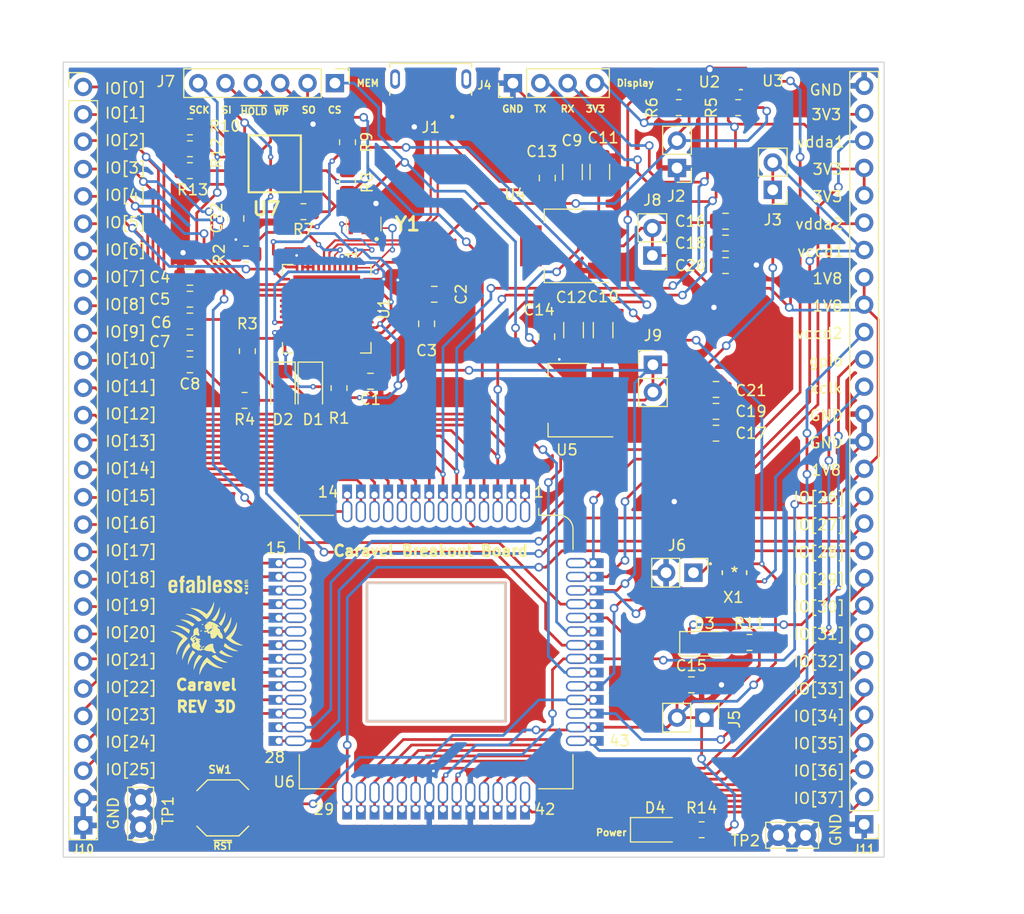
<source format=kicad_pcb>
(kicad_pcb (version 20211014) (generator pcbnew)
  (layers (0 "F.Cu" signal) (31 "B.Cu" signal) (34 "B.Paste" user) (35 "F.Paste" user) (36 "B.SilkS" user "B.Silkscreen") (37 "F.SilkS" user "F.Silkscreen") (38 "B.Mask" user) (39 "F.Mask" user) (44 "Edge.Cuts" user))
  (net 0 "")
  (net 1 "GND")
  (net 2 "Net-(C1-Pad2)")
  (net 3 "Net-(C2-Pad2)")
  (net 4 "Net-(C3-Pad2)")
  (net 5 "vdda")
  (net 6 "+5V")
  (net 7 "Net-(D1-Pad1)")
  (net 8 "Net-(D1-Pad2)")
  (net 9 "Net-(D2-Pad1)")
  (net 10 "Net-(D2-Pad2)")
  (net 11 "gpio")
  (net 12 "Net-(D3-Pad2)")
  (net 13 "FTDI_D-")
  (net 14 "FTDI_D+")
  (net 17 "UART_EN")
  (net 18 "xclk")
  (net 19 "vccd2")
  (net 20 "vdda2")
  (net 21 "vdda1")
  (net 22 "Net-(J6-Pad1)")
  (net 23 "Caravel_CSB")
  (net 24 "Caravel_D1")
  (net 25 "~{MEM_WP}")
  (net 26 "~{MEM_HOLD}")
  (net 27 "Caravel_D0")
  (net 28 "Caravel_SCK")
  (net 29 "Net-(R2-Pad2)")
  (net 30 "~{RST}")
  (net 31 "Net-(U1-Pad1)")
  (net 32 "Net-(U1-Pad2)")
  (net 33 "USB_SCK_TXD")
  (net 34 "USB_SO_RXD")
  (net 35 "USB_SI")
  (net 36 "USB_CS1")
  (net 51 "mprj_io[6]_ser_tx")
  (net 52 "mprj_io[5]_ser_rx")
  (net 53 "mprj_io[0]")
  (net 54 "mprj_io[7]")
  (net 55 "mprj_io[8]")
  (net 56 "mprj_io[9]")
  (net 57 "mprj_io[10]")
  (net 58 "mprj_io[11]")
  (net 59 "mprj_io[12]")
  (net 60 "mprj_io[13]")
  (net 61 "mprj_io[14]")
  (net 62 "mprj_io[15]")
  (net 63 "mprj_io[16]")
  (net 64 "mprj_io[17]")
  (net 65 "mprj_io[18]")
  (net 66 "mprj_io[19]")
  (net 67 "mprj_io[20]")
  (net 68 "mprj_io[21]")
  (net 69 "mprj_io[22]")
  (net 70 "mprj_io[23]")
  (net 71 "mprj_io[24]")
  (net 72 "mprj_io[25]")
  (net 73 "mprj_io[26]")
  (net 74 "mprj_io[27]")
  (net 75 "mprj_io[28]")
  (net 76 "mprj_io[29]")
  (net 77 "mprj_io[30]")
  (net 78 "mprj_io[31]")
  (net 79 "mprj_io[32]")
  (net 80 "mprj_io[33]")
  (net 81 "mprj_io[34]")
  (net 82 "mprj_io[35]")
  (net 83 "mprj_io[36]")
  (net 84 "mprj_io[37]")
  (net 85 "Net-(D4-Pad2)")
  (net 86 "vccd")
  (footprint "strive_foot_prints:FCI_10118193-0001LF" (layer "F.Cu") (at 134.112 60.325 180)
    (fp_text reference "J1")
    (fp_text value "USB_B_Micro - 10118193-0001LF")
  )
  (footprint "Package_TO_SOT_SMD:SOT-223" (layer "F.Cu") (at 146.9136 90.1446 180)
    (fp_text reference "U5")
    (fp_text value "AZ1117-3.3")
  )
  (footprint "LED_SMD:LED_1206_3216Metric" (layer "F.Cu") (at 159.512 112.776)
    (fp_text reference "D3")
    (fp_text value "LED - 17-215SURC/S530-A2/TR8")
  )
  (footprint "Capacitor_SMD:C_0805_2012Metric" (layer "F.Cu") (at 111.76 78.74)
    (fp_text reference "C4")
    (fp_text value "0.1uf - CC0805KRX7R9BB104")
  )
  (footprint "strive_foot_prints:SOIC127P790X216-8N" (layer "F.Cu") (at 119.634 68.199 180)
    (fp_text reference "U7")
    (fp_text value "W25Q32FVSS" hide)
  )
  (footprint "Capacitor_SMD:C_1206_3216Metric" (layer "F.Cu") (at 147.3708 83.6422 -90)
    (fp_text reference "C12")
    (fp_text value "100uf - GRM31CR60J107ME39L")
  )
  (footprint "strive_foot_prints:SOT65P210X110-5N" (layer "F.Cu") (at 157.185 60.5388 180)
    (fp_text reference "U2")
    (fp_text value "SN74LVC1G125DCKR")
  )
  (footprint "TestPoint:TestPoint_Bridge_Pitch2.54mm_Drill1.0mm" (layer "F.Cu") (at 107.188 129.794 90)
    (fp_text reference "TP1")
    (fp_text value "TestPoint")
  )
  (footprint "Caravel_Board:ef_logo" (layer "F.Cu") (at 113.411 107.315)
    (fp_text reference "T2" hide)
    (fp_text value "Logo" hide)
  )
  (footprint "Capacitor_SMD:C_0805_2012Metric" (layer "F.Cu") (at 111.76 82.804)
    (fp_text reference "C6")
    (fp_text value "0.1uf - CC0805KRX7R9BB104")
  )
  (footprint "Capacitor_SMD:C_0805_2012Metric" (layer "F.Cu") (at 160.594 93.218)
    (fp_text reference "C17")
    (fp_text value "22uf - CC0805MKX5R5BB226")
  )
  (footprint "Connector_PinHeader_2.54mm:PinHeader_1x02_P2.54mm_Vertical" (layer "F.Cu") (at 159.517 119.634 -90)
    (fp_text reference "J5")
    (fp_text value "Conn_01x02_Male")
  )
  (footprint "TestPoint:TestPoint_Bridge_Pitch2.54mm_Drill1.0mm" (layer "F.Cu") (at 168.91 130.556 180)
    (fp_text reference "TP2")
    (fp_text value "TestPoint")
  )
  (footprint "LED_SMD:LED_1206_3216Metric" (layer "F.Cu") (at 120.396 88.9 -90)
    (fp_text reference "D2")
    (fp_text value "LED - 17-215SURC/S530-A2/TR8")
  )
  (footprint "LED_SMD:LED_1206_3216Metric" (layer "F.Cu") (at 122.936 88.9 -90)
    (fp_text reference "D1")
    (fp_text value "LED - 17-215SURC/S530-A2/TR8")
  )
  (footprint "Connector_PinHeader_2.54mm:PinHeader_1x02_P2.54mm_Vertical" (layer "F.Cu") (at 156.972 68.585 180)
    (fp_text reference "J2")
    (fp_text value "Conn_01x02_Female")
  )
  (footprint "Resistor_SMD:R_0805_2012Metric" (layer "F.Cu") (at 111.76 64.77 180)
    (fp_text reference "R10")
    (fp_text value "10k - RC0805FR-0710KL")
  )
  (footprint "Capacitor_SMD:C_0805_2012Metric" (layer "F.Cu") (at 158.308 116.586 180)
    (fp_text reference "C15")
    (fp_text value "0.1uf - CC0805KRX7R9BB104")
  )
  (footprint "Connector_PinHeader_2.54mm:PinHeader_1x04_P2.54mm_Vertical" (layer "F.Cu") (at 141.742 60.706 90)
    (fp_text reference "J4")
    (fp_text value "Conn_01x04_Female")
  )
  (footprint "Connector_PinHeader_2.54mm:PinHeader_1x06_P2.54mm_Vertical" (layer "F.Cu") (at 125.222 60.706 -90)
    (fp_text reference "J7")
    (fp_text value "Conn_01x06_Female")
  )
  (footprint "Capacitor_SMD:C_0805_2012Metric" (layer "F.Cu") (at 144.8816 84.2518 -90)
    (fp_text reference "C14")
    (fp_text value "10uf - CC0805KKX5R8BB106")
  )
  (footprint "Resistor_SMD:R_0805_2012Metric" (layer "F.Cu") (at 159.258 130.048 180)
    (fp_text reference "R14")
    (fp_text value "82 - 0805W8F820JT5E")
  )
  (footprint "Resistor_SMD:R_0805_2012Metric" (layer "F.Cu") (at 162.646 62.9772)
    (fp_text reference "R5")
    (fp_text value "10k")
  )
  (footprint "Resistor_SMD:R_0805_2012Metric" (layer "F.Cu") (at 122.301 72.644 180)
    (fp_text reference "R7")
    (fp_text value "10k - RC0805FR-0710KL")
  )
  (footprint "Resistor_SMD:R_0805_2012Metric" (layer "F.Cu") (at 163.703 112.649 180)
    (fp_text reference "R11")
    (fp_text value "82 - 0805W8F820JT5E")
  )
  (footprint "Resistor_SMD:R_0805_2012Metric" (layer "F.Cu") (at 157.1342 62.9772)
    (fp_text reference "R6")
    (fp_text value "10k")
  )
  (footprint "Capacitor_SMD:C_0805_2012Metric" (layer "F.Cu") (at 111.76 86.868)
    (fp_text reference "C8")
    (fp_text value "0.1uf - CC0805KRX7R9BB104")
  )
  (footprint "Capacitor_SMD:C_0805_2012Metric" (layer "F.Cu") (at 111.76 80.772)
    (fp_text reference "C5")
    (fp_text value "0.1uf - CC0805KRX7R9BB104")
  )
  (footprint "strive_foot_prints:SW4-SMD-5.2X5.2X1.5MM" (layer "F.Cu") (at 114.808 128.016)
    (fp_text reference "SW1")
    (fp_text value "SW_Push - SKQGADE010")
  )
  (footprint "Resistor_SMD:R_0805_2012Metric" (layer "F.Cu") (at 126.3904 69.85 90)
    (fp_text reference "R8")
    (fp_text value "10k - RC0805FR-0710KL")
  )
  (footprint "Resistor_SMD:R_0805_2012Metric" (layer "F.Cu") (at 111.76 68.834 180)
    (fp_text reference "R13")
    (fp_text value "10k - RC0805FR-0710KL")
  )
  (footprint "strive_foot_prints:DSC6001JE1A-010.0000" (layer "F.Cu") (at 162.306 106.172)
    (fp_text reference "X1")
    (fp_text value "DSC6001_10MHZ")
  )
  (footprint "Connector_PinHeader_2.54mm:PinHeader_1x28_P2.54mm_Vertical" (layer "F.Cu") (at 101.854 61.0616)
    (fp_text reference "J10")
    (fp_text value "Conn_01x27_Female")
  )
  (footprint "Resistor_SMD:R_0805_2012Metric" (layer "F.Cu") (at 125.603 89.027 -90)
    (fp_text reference "R1")
    (fp_text value "10k - RC0805FR-0710KL")
  )
  (footprint "Capacitor_SMD:C_0805_2012Metric" (layer "F.Cu") (at 144.9324 69.5198 -90)
    (fp_text reference "C13")
    (fp_text value "10uf - CC0805KKX5R8BB106")
  )
  (footprint "Capacitor_SMD:C_0805_2012Metric" (layer "F.Cu") (at 116.0272 73.279 -90)
    (fp_text reference "C22")
    (fp_text value "0.1uf - CC0805KRX7R9BB104")
  )
  (footprint "Capacitor_SMD:C_0805_2012Metric" (layer "F.Cu") (at 160.594 91.186)
    (fp_text reference "C19")
    (fp_text value "10uf - CC0805KKX5R8BB106")
  )
  (footprint "Package_TO_SOT_SMD:SOT-223" (layer "F.Cu") (at 146.558 75.819 180)
    (fp_text reference "U4")
    (fp_text value "AZ1117CH-1.8TRG1")
  )
  (footprint "Capacitor_SMD:C_0805_2012Metric" (layer "F.Cu") (at 134.4422 80.3148 180)
    (fp_text reference "C2")
    (fp_text value "0.1uf - CC0805KRX7R9BB104")
  )
  (footprint "Capacitor_SMD:C_0805_2012Metric" (layer "F.Cu") (at 161.478 77.6478 180)
    (fp_text reference "C20")
    (fp_text value "1uf")
  )
  (footprint "Capacitor_SMD:C_0805_2012Metric" (layer "F.Cu") (at 133.731 83.058 90)
    (fp_text reference "C3")
    (fp_text value "0.1uf - CC0805KRX7R9BB104")
  )
  (footprint "Capacitor_SMD:C_0805_2012Metric" (layer "F.Cu") (at 161.478 73.533 180)
    (fp_text reference "C16")
    (fp_text value "22uf - CC0805MKX5R5BB226")
  )
  (footprint "Resistor_SMD:R_0805_2012Metric" (layer "F.Cu") (at 117.094 85.598 90)
    (fp_text reference "R3")
    (fp_text value "150 - 0805W8J0151T5E")
  )
  (footprint "Resistor_SMD:R_0805_2012Metric" (layer "F.Cu") (at 116.84 90.17 180)
    (fp_text reference "R4")
    (fp_text value "150 - 0805W8J0151T5E")
  )
  (footprint "Connector_PinHeader_2.54mm:PinHeader_1x02_P2.54mm_Vertical" (layer "F.Cu") (at 158.501 106.172 -90)
    (fp_text reference "J6")
    (fp_text value "Conn_01x02_Male")
  )
  (footprint "Connector_PinHeader_2.54mm:PinHeader_1x02_P2.54mm_Vertical" (layer "F.Cu") (at 165.862 70.617 180)
    (fp_text reference "J3")
    (fp_text value "Conn_01x02_Male")
  )
  (footprint "Capacitor_SMD:C_1206_3216Metric" (layer "F.Cu") (at 147.2692 68.961 -90)
    (fp_text reference "C9")
    (fp_text value "100uf - GRM31CR60J107ME39L")
  )
  (footprint "Package_DFN_QFN:QFN-48-1EP_8x8mm_P0.5mm_EP6.2x6.2mm" (layer "F.Cu") (at 124.46 81.661 -90)
    (fp_text reference "U1")
    (fp_text value "FT232H")
  )
  (footprint "Capacitor_SMD:C_1206_3216Metric" (layer "F.Cu") (at 150.114 83.6422 -90)
    (fp_text reference "C10")
    (fp_text value "100uf - GRM31CR60J107ME39L")
  )
  (footprint "Connector_PinHeader_2.54mm:PinHeader_1x28_P2.54mm_Vertical" (layer "F.Cu") (at 174.3456 129.54 180)
    (fp_text reference "J11")
    (fp_text value "Conn_01x20_Female")
  )
  (footprint "strive_foot_prints:SOT65P210X110-5N" (layer "F.Cu") (at 162.9 60.5388 180)
    (fp_text reference "U3")
    (fp_text value "SN74LVC1G125DCKR")
  )
  (footprint "Capacitor_SMD:C_0805_2012Metric" (layer "F.Cu") (at 128.524 88.392 180)
    (fp_text reference "C1")
    (fp_text value "0.01uf - CC0805JRX7R9BB103")
  )
  (footprint "LED_SMD:LED_1206_3216Metric" (layer "F.Cu") (at 154.94 130.048)
    (fp_text reference "D4")
    (fp_text value "LED - 17-215SURC/S530-A2/TR8")
  )
  (footprint "Capacitor_SMD:C_1206_3216Metric" (layer "F.Cu") (at 149.8092 68.961 -90)
    (fp_text reference "C11")
    (fp_text value "100uf - GRM31CR60J107ME39L")
  )
  (footprint "Capacitor_SMD:C_0805_2012Metric" (layer "F.Cu") (at 161.478 75.565 180)
    (fp_text reference "C18")
    (fp_text value "10uf - CC0805KKX5R8BB106")
  )
  (footprint "Connector_PinHeader_2.54mm:PinHeader_1x02_P2.54mm_Vertical" (layer "F.Cu") (at 154.686 76.713 180)
    (fp_text reference "J8")
    (fp_text value "Conn_01x02_Male")
  )
  (footprint "strive_foot_prints:CSTNE12M0GH5L000R0" (layer "F.Cu") (at 127.889 73.787)
    (fp_text reference "Y1")
    (fp_text value "CSTNE12M0GH5L000R0" hide)
  )
  (footprint "Resistor_SMD:R_0805_2012Metric" (layer "F.Cu") (at 126.3904 66.1924 -90)
    (fp_text reference "R9")
    (fp_text value "10k - RC0805FR-0710KL")
  )
  (footprint "Connector_PinHeader_2.54mm:PinHeader_1x02_P2.54mm_Vertical" (layer "F.Cu") (at 154.7368 86.863)
    (fp_text reference "J9")
    (fp_text value "Conn_01x02_Male")
  )
  (footprint "Capacitor_SMD:C_0805_2012Metric" (layer "F.Cu") (at 111.76 84.836)
    (fp_text reference "C7")
    (fp_text value "0.1uf - CC0805KRX7R9BB104")
  )
  (footprint "Resistor_SMD:R_0805_2012Metric" (layer "F.Cu") (at 111.76 66.802 180)
    (fp_text reference "R12")
    (fp_text value "10k - RC0805FR-0710KL")
  )
  (footprint "Caravel_Board:caravel_breakout_flexy_rev3D" (layer "F.Cu") (at 134.62 113.538 90)
    (fp_text reference "U6")
    (fp_text value "caravel_breakout")
    (fp_line (start -6.35 -6.35) (end 6.35 -6.35) (layer "Edge.Cuts") (width 0.12))
    (fp_line (start 6.35 -6.35) (end 6.35 6.35) (layer "Edge.Cuts") (width 0.12))
    (fp_line (start -6.35 6.35) (end -6.35 -6.35) (layer "Edge.Cuts") (width 0.12))
    (fp_line (start 6.35 6.35) (end -6.35 6.35) (layer "Edge.Cuts") (width 0.12))
  )
  (footprint "Caravel_Board:logo" (layer "F.Cu") (at 113.284 112.268)
    (fp_text reference "T1" hide)
    (fp_text value "Logo" hide)
  )
  (footprint "Resistor_SMD:R_0805_2012Metric" (layer "F.Cu") (at 116.967 76.581)
    (fp_text reference "R2")
    (fp_text value "12K 1% - 0805W8F1202T5E")
  )
  (footprint "Capacitor_SMD:C_0805_2012Metric" (layer "F.Cu") (at 160.594 89.154)
    (fp_text reference "C21")
    (fp_text value "1uf")
  )
  (gr_line (start 141.097 120.015) (end 128.143 120.015) (layer "B.SilkS") (width 0.15))
  (gr_line (start 128.143 120.015) (end 128.143 107.061) (layer "B.SilkS") (width 0.15))
  (gr_line (start 128.143 107.061) (end 141.097 107.061) (layer "B.SilkS") (width 0.15))
  (gr_line (start 141.097 107.061) (end 141.097 120.015) (layer "B.SilkS") (width 0.15))
  (gr_line (start 141.097 120.015) (end 128.143 120.015) (layer "F.SilkS") (width 0.15))
  (gr_line (start 141.097 107.061) (end 141.097 120.015) (layer "F.SilkS") (width 0.15))
  (gr_line (start 128.143 120.015) (end 128.143 107.061) (layer "F.SilkS") (width 0.15))
  (gr_line (start 128.143 107.061) (end 141.097 107.061) (layer "F.SilkS") (width 0.15))
  (gr_rect (start 100 58.756) (end 176.2 132.588) (layer "Edge.Cuts") (width 0.1) (fill none))
  (gr_text "xclk" (at 170.815 89.027) (layer "F.SilkS") (effects (font (size 1 1))))
  (gr_text "vdda1" (at 170.307 66.167) (layer "F.SilkS") (effects (font (size 1 1))))
  (gr_text "IO[21]" (at 106.299 114.3) (layer "F.SilkS") (effects (font (size 1 1))))
  (gr_text "CS" (at 125.2 63.2) (layer "F.SilkS") (effects (font (size 0.635 0.635))))
  (gr_text "SO" (at 122.787 63.2) (layer "F.SilkS") (effects (font (size 0.635 0.635))))
  (gr_text "IO[5]" (at 105.791 73.66) (layer "F.SilkS") (effects (font (size 1 1))))
  (gr_text "IO[26]" (at 170.18 99.187) (layer "F.SilkS") (effects (font (size 1 1))))
  (gr_text "IO[34]" (at 170.18 119.507) (layer "F.SilkS") (effects (font (size 1 1))))
  (gr_text "42" (at 144.7292 128.143) (layer "F.SilkS") (effects (font (size 1 1))))
  (gr_text "IO[7]" (at 105.791 78.74) (layer "F.SilkS") (effects (font (size 1 1))))
  (gr_text "28" (at 119.634 123.317) (layer "F.SilkS") (effects (font (size 1 1))))
  (gr_text "IO[2]" (at 105.791 66.04) (layer "F.SilkS") (effects (font (size 1 1))))
  (gr_text "IO[0]" (at 105.7656 61.214) (layer "F.SilkS") (effects (font (size 1 1))))
  (gr_text "gpio" (at 170.815 86.487) (layer "F.SilkS") (effects (font (size 1 1))))
  (gr_text "14" (at 124.587 98.679) (layer "F.SilkS") (effects (font (size 1 1))))
  (gr_text "IO[17]" (at 106.299 104.14) (layer "F.SilkS") (effects (font (size 1 1))))
  (gr_text "IO[4]" (at 105.791 71.12) (layer "F.SilkS") (effects (font (size 1 1))))
  (gr_text "SCK" (at 112.627 63.2) (layer "F.SilkS") (effects (font (size 0.635 0.635))))
  (gr_text "IO[13]" (at 106.299 93.98) (layer "F.SilkS") (effects (font (size 1 1))))
  (gr_text "vdda2" (at 170.18 73.787) (layer "F.SilkS") (effects (font (size 1 1))))
  (gr_text "IO[33]" (at 170.18 116.967) (layer "F.SilkS") (effects (font (size 1 1))))
  (gr_text "GND" (at 170.815 61.341) (layer "F.SilkS") (effects (font (size 1 1))))
  (gr_text "IO[37]" (at 170.18 127.127) (layer "F.SilkS") (effects (font (size 1 1))))
  (gr_text "REV 3D" (at 113.284 118.618) (layer "F.SilkS") (effects (font (size 1 1) (thickness 0.25))))
  (gr_text "IO[20]" (at 106.299 111.76) (layer "F.SilkS") (effects (font (size 1 1))))
  (gr_text "1\n" (at 126.746 76.581 90) (layer "F.SilkS") (effects (font (size 1 1))))
  (gr_text "1V8" (at 170.815 96.647) (layer "F.SilkS") (effects (font (size 1 1))))
  (gr_text "GND" (at 141.732 63.1) (layer "F.SilkS") (effects (font (size 0.635 0.635))))
  (gr_text "3V3" (at 170.8404 63.627) (layer "F.SilkS") (effects (font (size 1 1))))
  (gr_text "43" (at 151.638 121.793) (layer "F.SilkS") (effects (font (size 1 1))))
  (gr_text "IO[10]" (at 106.299 86.36) (layer "F.SilkS") (effects (font (size 1 1))))
  (gr_text "IO[32]" (at 170.18 114.427) (layer "F.SilkS") (effects (font (size 1 1))))
  (gr_text "29" (at 124.206 128.143) (layer "F.SilkS") (effects (font (size 1 1))))
  (gr_text "IO[8]" (at 105.791 81.28) (layer "F.SilkS") (effects (font (size 1 1))))
  (gr_text "IO[22]" (at 106.299 116.84) (layer "F.SilkS") (effects (font (size 1 1))))
  (gr_text "15" (at 119.761 103.886) (layer "F.SilkS") (effects (font (size 1 1))))
  (gr_text "~{WP}" (at 120.247 63.327) (layer "F.SilkS") (effects (font (size 0.635 0.635))))
  (gr_text "IO[35]" (at 170.18 122.047) (layer "F.SilkS") (effects (font (size 1 1))))
  (gr_text "1V8" (at 170.942 81.407) (layer "F.SilkS") (effects (font (size 1 1))))
  (gr_text "IO[16]" (at 106.299 101.6) (layer "F.SilkS") (effects (font (size 1 1))))
  (gr_text "MEM\n" (at 128.27 60.706) (layer "F.SilkS") (effects (font (size 0.635 0.635))))
  (gr_text "GND" (at 104.648 128.524 90) (layer "F.SilkS") (effects (font (size 1 1))))
  (gr_text "3V3" (at 149.4 63.1) (layer "F.SilkS") (effects (font (size 0.635 0.635))))
  (gr_text "IO[1]" (at 105.791 63.5) (layer "F.SilkS") (effects (font (size 1 1))))
  (gr_text "IO[6]" (at 105.791 76.2) (layer "F.SilkS") (effects (font (size 1 1))))
  (gr_text "IO[29]" (at 170.18 106.807) (layer "F.SilkS") (effects (font (size 1 1))))
  (gr_text "IO[18]" (at 106.299 106.68) (layer "F.SilkS") (effects (font (size 1 1))))
  (gr_text "Power" (at 150.876 130.302) (layer "F.SilkS") (effects (font (size 0.635 0.635))))
  (gr_text "GND" (at 170.815 94.107) (layer "F.SilkS") (effects (font (size 1 1))))
  (gr_text "IO[12]" (at 106.299 91.44) (layer "F.SilkS") (effects (font (size 1 1))))
  (gr_text "IO[11]" (at 106.299 88.9) (layer "F.SilkS") (effects (font (size 1 1))))
  (gr_text "IO[30]" (at 170.18 109.347) (layer "F.SilkS") (effects (font (size 1 1))))
  (gr_text "RX" (at 146.812 63.1) (layer "F.SilkS") (effects (font (size 0.635 0.635))))
  (gr_text "IO[27]" (at 170.18 101.727) (layer "F.SilkS") (effects (font (size 1 1))))
  (gr_text "IO[9]" (at 105.791 83.82) (layer "F.SilkS") (effects (font (size 1 1))))
  (gr_text "IO[15]" (at 106.299 99.06) (layer "F.SilkS") (effects (font (size 1 1))))
  (gr_text "IO[23]" (at 106.299 119.38) (layer "F.SilkS") (effects (font (size 1 1))))
  (gr_text "IO[19]" (at 106.299 109.22) (layer "F.SilkS") (effects (font (size 1 1))))
  (gr_text "IO[31]" (at 170.18 111.887) (layer "F.SilkS") (effects (font (size 1 1))))
  (gr_text "3V3" (at 170.942 71.247) (layer "F.SilkS") (effects (font (size 1 1))))
  (gr_text "IO[36]" (at 170.18 124.587) (layer "F.SilkS") (effects (font (size 1 1))))
  (gr_text "1V8" (at 170.942 78.867) (layer "F.SilkS") (effects (font (size 1 1))))
  (gr_text "GND" (at 171.704 130.048 90) (layer "F.SilkS") (effects (font (size 1 1))))
  (gr_text "SI" (at 115.167 63.2) (layer "F.SilkS") (effects (font (size 0.635 0.635))))
  (gr_text "IO[14]" (at 106.299 96.52) (layer "F.SilkS") (effects (font (size 1 1))))
  (gr_text "GND" (at 170.815 91.567) (layer "F.SilkS") (effects (font (size 1 1))))
  (gr_text "IO[25]" (at 106.299 124.46) (layer "F.SilkS") (effects (font (size 1 1))))
  (gr_text "Display\n" (at 153.1 60.7) (layer "F.SilkS") (effects (font (size 0.635 0.635))))
  (gr_text "IO[3]" (at 105.791 68.58) (layer "F.SilkS") (effects (font (size 1 1))))
  (gr_text "~{HOLD}" (at 117.707 63.327) (layer "F.SilkS") (effects (font (size 0.635 0.635))))
  (gr_text "vccd2" (at 170.18 83.947) (layer "F.SilkS") (effects (font (size 1 1))))
  (gr_text "IO[24]" (at 106.299 121.92) (layer "F.SilkS") (effects (font (size 1 1))))
  (gr_text "Caravel" (at 113.284 116.586) (layer "F.SilkS") (effects (font (size 1 1) (thickness 0.25))))
  (gr_text "vccd1" (at 170.307 76.327) (layer "F.SilkS") (effects (font (size 1 1))))
  (gr_text "1\n" (at 144.145 98.679) (layer "F.SilkS") (effects (font (size 1 1))))
  (gr_text "~{RST}" (at 114.808 131.572) (layer "F.SilkS") (effects (font (size 0.635 0.635))))
  (gr_text "IO[28]" (at 170.18 104.267) (layer "F.SilkS") (effects (font (size 1 1))))
  (gr_text "3V3" (at 170.942 68.707) (layer "F.SilkS") (effects (font (size 1 1))))
  (gr_text "TX" (at 144.272 63.1) (layer "F.SilkS") (effects (font (size 0.635 0.635))))
  (gr_text "Caravel Breakout Board" (at 134.112 104.14) (layer "F.SilkS") (effects (font (size 1 1) (thickness 0.25))))
  (segment (start 116.0272 74.229) (end 116.0272 75.2348) (width 0.254) (layer "F.Cu") (net 1))
  (segment (start 110.81 80.772) (end 110.81 82.804) (width 0.254) (layer "F.Cu") (net 1))
  (segment (start 110.81 82.804) (end 110.81 84.836) (width 0.254) (layer "F.Cu") (net 1))
  (segment (start 147.2692 67.486) (end 147.2692 66.3692) (width 0.254) (layer "F.Cu") (net 1))
  (segment (start 146.2362 83.3018) (end 147.3708 82.1672) (width 0.254) (layer "F.Cu") (net 1))
  (segment (start 111.125 78.425) (end 110.81 78.74) (width 0.254) (layer "F.Cu") (net 1))
  (segment (start 116.0272 75.2348) (end 116.0272 76.5537) (width 0.254) (layer "F.Cu") (net 1))
  (segment (start 134.62 124.333) (end 137.145994 124.333) (width 0.254) (layer "F.Cu") (net 1))
  (segment (start 111.125 76.454) (end 111.125 78.425) (width 0.254) (layer "F.Cu") (net 1))
  (segment (start 129.474 88.392) (end 129.474 87.7435) (width 0.254) (layer "F.Cu") (net 1))
  (segment (start 128.335 79.411) (end 128.335 78.911) (width 0.254) (layer "F.Cu") (net 1))
  (segment (start 123.234 64.56) (end 123.19 64.516) (width 0.254) (layer "F.Cu") (net 1))
  (segment (start 158.0346 98.2514) (end 156.718 99.568) (width 0.254) (layer "F.Cu") (net 1))
  (segment (start 110.81 86.868) (end 110.81 84.836) (width 0.254) (layer "F.Cu") (net 1))
  (segment (start 147.3708 82.1672) (end 150.114 82.1672) (width 0.254) (layer "F.Cu") (net 1))
  (segment (start 160.02 59.436) (end 160.147 59.309) (width 0.254) (layer "F.Cu") (net 1))
  (segment (start 159.004 93.218) (end 159.644 93.218) (width 0.254) (layer "F.Cu") (net 1))
  (segment (start 150.329 78.74) (end 149.708 78.119) (width 0.254) (layer "F.Cu") (net 1))
  (segment (start 123.234 66.294) (end 123.234 64.56) (width 0.254) (layer "F.Cu") (net 1))
  (segment (start 121.666 76.708) (end 122.428 76.708) (width 0.254) (layer "F.Cu") (net 1))
  (segment (start 158.2264 59.7014) (end 158.2264 59.8784) (width 0.254) (layer "F.Cu") (net 1))
  (segment (start 170.1758 98.2514) (end 174.3456 94.0816) (width 0.254) (layer "F.Cu") (net 1))
  (segment (start 132.812 64.546) (end 132.588 64.77) (width 0.254) (layer "F.Cu") (net 1))
  (segment (start 126.71 85.536) (end 127.21 85.536) (width 0.254) (layer "F.Cu") (net 1))
  (segment (start 123.21 77.786) (end 122.71 77.786) (width 0.254) (layer "F.Cu") (net 1))
  (segment (start 162.428 73.533) (end 162.428 75.565) (width 0.254) (layer "F.Cu") (net 1))
  (segment (start 127.889 73.025) (end 127.889 73.787) (width 0.254) (layer "F.Cu") (net 1))
  (segment (start 128.335 82.411) (end 128.335 81.911) (width 0.254) (layer "F.Cu") (net 1))
  (segment (start 129.75 78.911) (end 127.954 78.911) (width 0.254) (layer "F.Cu") (net 1))
  (segment (start 129.474 87.7435) (end 127.2665 85.536) (width 0.254) (layer "F.Cu") (net 1))
  (segment (start 128.335 81.911) (end 129.409 81.911) (width 0.254) (layer "F.Cu") (net 1))
  (segment (start 158.4918 59.436) (end 158.2264 59.7014) (width 0.254) (layer "F.Cu") (net 1))
  (segment (start 133.731 84.008) (end 135.3922 82.3468) (width 0.254) (layer "F.Cu") (net 1))
  (segment (start 158.2306 92.4446) (end 159.004 93.218) (width 0.254) (layer "F.Cu") (net 1))
  (segment (start 147.2692 66.3692) (end 141.742 60.842) (width 0.254) (layer "F.Cu") (net 1))
  (segment (start 110.81 78.74) (end 110.81 80.772) (width 0.254) (layer "F.Cu") (net 1))
  (segment (start 170.1758 98.2514) (end 158.0346 98.2514) (width 0.254) (layer "F.Cu") (net 1))
  (segment (start 137.795 124.982006) (end 137.795 127.781) (width 0.254) (layer "F.Cu") (net 1))
  (segment (start 119.6629 83.911) (end 120.204 83.911) (width 0.254) (layer "F.Cu") (net 1))
  (segment (start 159.258 116.586) (end 161.102 116.586) (width 0.254) (layer "F.Cu") (net 1))
  (segment (start 150.0636 92.4446) (end 158.2306 92.4446) (width 0.254) (layer "F.Cu") (net 1))
  (segment (start 129.032 71.882) (end 127.889 73.025) (width 0.254) (layer "F.Cu") (net 1))
  (segment (start 160.401 81.534) (end 157.607 78.74) (width 0.254) (layer "F.Cu") (net 1))
  (segment (start 164.338 77.597) (end 162.4788 77.597) (width 0.254) (layer "F.Cu") (net 1))
  (segment (start 122.21 77.786) (end 122.71 77.786) (width 0.254) (layer "F.Cu") (net 1))
  (segment (start 160.147 59.309) (end 163.372 59.309) (width 0.254) (layer "F.Cu") (net 1))
  (segment (start 162.4788 77.597) (end 162.428 77.6478) (width 0.254) (layer "F.Cu") (net 1))
  (segment (start 129.409 81.911) (end 129.413 81.915) (width 0.254) (layer "F.Cu") (net 1))
  (segment (start 120.585 83.411) (end 120.585 83.911) (width 0.254) (layer "F.Cu") (net 1))
  (segment (start 125.71 77.00107) (end 125.71 77.786) (width 0.1524) (layer "F.Cu") (net 1))
  (segment (start 134.366 124.587) (end 133.985 124.968) (width 0.254) (layer "F.Cu") (net 1))
  (segment (start 137.145994 124.333) (end 137.795 124.982006) (width 0.254) (layer "F.Cu") (net 1))
  (segment (start 131.064 78.994) (end 130.981 78.911) (width 0.254) (layer "F.Cu") (net 1))
  (segment (start 141.742 60.842) (end 141.742 60.706) (width 0.254) (layer "F.Cu") (net 1))
  (segment (start 122.71 76.99) (end 122.71 77.786) (width 0.254) (layer "F.Cu") (net 1))
  (segment (start 125.71 77.00107) (end 125.893426 76.817644) (width 0.1524) (layer "F.Cu") (net 1))
  (segment (start 119.634 83.8821) (end 119.6629 83.911) (width 0.254) (layer "F.Cu") (net 1))
  (segment (start 132.812 63) (end 132.812 64.546) (width 0.254) (layer "F.Cu") (net 1))
  (segment (start 174.3456 94.0816) (end 174.3456 91.5416) (width 0.254) (layer "F.Cu") (net 1))
  (segment (start 134.366 124.587) (end 134.62 124.333) (width 0.254) (layer "F.Cu") (net 1))
  (segment (start 135.3922 82.3468) (end 135.3922 80.3148) (width 0.254) (layer "F.Cu") (net 1))
  (segment (start 144.8816 83.3018) (end 146.2362 83.3018) (width 0.254) (layer "F.Cu") (net 1))
  (segment (start 130.981 78.911) (end 129.75 78.911) (width 0.254) (layer "F.Cu") (net 1))
  (segment (start 133.985 124.968) (end 133.985 127.781) (width 0.254) (layer "F.Cu") (net 1))
  (segment (start 157.607 78.74) (end 150.329 78.74) (width 0.254) (layer "F.Cu") (net 1))
  (segment (start 162.428 77.6478) (end 162.428 75.565) (width 0.254) (layer "F.Cu") (net 1))
  (segment (start 163.372 59.309) (end 163.9414 59.8784) (width 0.254) (layer "F.Cu") (net 1))
  (segment (start 122.428 76.708) (end 122.71 76.99) (width 0.254) (layer "F.Cu") (net 1))
  (segment (start 160.02 59.436) (end 158.4918 59.436) (width 0.254) (layer "F.Cu") (net 1))
  (via (at 132.588 64.77) (size 0.8) (drill 0.5) (layers "F.Cu" "B.Cu") (net 1))
  (via (at 119.634 83.8821) (size 0.5) (drill 0.25) (layers "F.Cu" "B.Cu") (net 1))
  (via (at 129.75 78.911) (size 0.5) (drill 0.25) (layers "F.Cu" "B.Cu") (net 1))
  (via (at 121.666 76.708) (size 0.5) (drill 0.25) (layers "F.Cu" "B.Cu") (net 1))
  (via (at 156.718 99.568) (size 0.8) (drill 0.5) (layers "F.Cu" "B.Cu") (net 1))
  (via (at 111.125 76.454) (size 0.8) (drill 0.5) (layers "F.Cu" "B.Cu") (net 1))
  (via (at 160.401 81.534) (size 0.8) (drill 0.5) (layers "F.Cu" "B.Cu") (net 1))
  (via (at 134.366 124.587) (size 0.5) (drill 0.25) (layers "F.Cu" "B.Cu") (net 1))
  (via (at 131.064 78.994) (size 0.5) (drill 0.25) (layers "F.Cu" "B.Cu") (net 1))
  (via (at 129.413 81.915) (size 0.5) (drill 0.25) (layers "F.Cu" "B.Cu") (net 1))
  (via (at 116.0272 75.2348) (size 0.5) (drill 0.25) (layers "F.Cu" "B.Cu") (net 1))
  (via (at 125.893426 76.817644) (size 0.5) (drill 0.25) (layers "F.Cu" "B.Cu") (net 1))
  (via (at 160.02 59.436) (size 0.8) (drill 0.5) (layers "F.Cu" "B.Cu") (net 1))
  (via (at 129.032 71.882) (size 0.8) (drill 0.5) (layers "F.Cu" "B.Cu") (net 1))
  (via (at 164.338 77.597) (size 0.8) (drill 0.5) (layers "F.Cu" "B.Cu") (net 1))
  (via (at 146.05 86.36) (size 0.5) (drill 0.25) (layers "F.Cu" "B.Cu") (net 1))
  (via (at 123.19 64.516) (size 0.8) (drill 0.5) (layers "F.Cu" "B.Cu") (net 1))
  (via (at 161.102 116.586) (size 0.8) (drill 0.5) (layers "F.Cu" "B.Cu") (net 1))
  (segment (start 115.2652 75.2348) (end 114.046 76.454) (width 0.254) (layer "B.Cu") (net 1))
  (segment (start 131.064 78.994) (end 131.064 81.28) (width 0.254) (layer "B.Cu") (net 1))
  (segment (start 162.306 81.534) (end 164.338 79.502) (width 0.254) (layer "B.Cu") (net 1))
  (segment (start 129.75 78.911) (end 129.75 78.202006) (width 0.254) (layer "B.Cu") (net 1))
  (segment (start 164.338 79.502) (end 164.338 77.597) (width 0.254) (layer "B.Cu") (net 1))
  (segment (start 160.401 81.534) (end 162.306 81.534) (width 0.254) (layer "B.Cu") (net 1))
  (segment (start 129.75 78.202006) (end 128.920894 77.3729) (width 0.254) (layer "B.Cu") (net 1))
  (segment (start 116.0272 75.2348) (end 115.2652 75.2348) (width 0.254) (layer "B.Cu") (net 1))
  (segment (start 126.448682 77.3729) (end 125.893426 76.817644) (width 0.254) (layer "B.Cu") (net 1))
  (segment (start 130.429 81.915) (end 129.413 81.915) (width 0.254) (layer "B.Cu") (net 1))
  (segment (start 128.920894 77.3729) (end 127.889 77.3729) (width 0.254) (layer "B.Cu") (net 1))
  (segment (start 131.064 81.28) (end 130.429 81.915) (width 0.254) (layer "B.Cu") (net 1))
  (segment (start 127.889 77.3729) (end 126.448682 77.3729) (width 0.254) (layer "B.Cu") (net 1))
  (segment (start 114.046 76.454) (end 111.125 76.454) (width 0.254) (layer "B.Cu") (net 1))
  (segment (start 125.603 88.1145) (end 127.2965 88.1145) (width 0.254) (layer "F.Cu") (net 2))
  (segment (start 127.574 88.077) (end 127.574 88.392) (width 0.254) (layer "F.Cu") (net 2))
  (segment (start 126.238 86.741) (end 127.574 88.077) (width 0.254) (layer "F.Cu") (net 2))
  (segment (start 127.2965 88.1145) (end 127.574 88.392) (width 0.254) (layer "F.Cu") (net 2))
  (segment (start 126.21 85.536) (end 126.21 86.713) (width 0.254) (layer "F.Cu") (net 2))
  (segment (start 126.21 86.713) (end 126.238 86.741) (width 0.254) (layer "F.Cu") (net 2))
  (segment (start 133.1722 80.3148) (end 133.4922 80.3148) (width 0.254) (layer "F.Cu") (net 3))
  (segment (start 127.954 83.911) (end 129.576 83.911) (width 0.254) (layer "F.Cu") (net 3))
  (segment (start 129.576 83.911) (end 133.1722 80.3148) (width 0.254) (layer "F.Cu") (net 3))
  (segment (start 130.092 84.411) (end 132.395 82.108) (width 0.254) (layer "F.Cu") (net 4))
  (segment (start 132.395 82.108) (end 133.731 82.108) (width 0.254) (layer "F.Cu") (net 4))
  (segment (start 127.954 84.411) (end 130.092 84.411) (width 0.254) (layer "F.Cu") (net 4))
  (segment (start 164.6155 114.7845) (end 159.766 119.634) (width 0.254) (layer "F.Cu") (net 5))
  (segment (start 127.127 76.2635) (end 126.21 77.1805) (width 0.1524) (layer "F.Cu") (net 5))
  (segment (start 137.668 87.376) (end 132.461 87.376) (width 0.254) (layer "F.Cu") (net 5))
  (segment (start 121.3885 72.69575) (end 122.73375 74.041) (width 0.254) (layer "F.Cu") (net 5))
  (segment (start 112.71 78.74) (end 112.71 80.772) (width 0.254) (layer "F.Cu") (net 5))
  (segment (start 156.977 119.634) (end 156.977 116.967) (width 0.254) (layer "F.Cu") (net 5))
  (segment (start 158.75 84.582) (end 155.448 84.582) (width 0.254) (layer "F.Cu") (net 5))
  (segment (start 120.65 85.852) (end 120.585 85.787) (width 0.254) (layer "F.Cu") (net 5))
  (segment (start 120.585 85.787) (end 120.585 84.411) (width 0.254) (layer "F.Cu") (net 5))
  (segment (start 159.258 119.893) (end 159.517 119.634) (width 0.254) (layer "F.Cu") (net 5))
  (segment (start 130.429 81.026) (end 129.314 79.911) (width 0.254) (layer "F.Cu") (net 5))
  (segment (start 126.21 77.1805) (end 126.21 77.786) (width 0.1524) (layer "F.Cu") (net 5))
  (segment (start 153.924 64.2999) (end 155.2467 62.9772) (width 0.254) (layer "F.Cu") (net 5))
  (segment (start 161.544 90.4494) (end 161.544 88.4174) (width 0.254) (layer "F.Cu") (net 5))
  (segment (start 153.67 109.474) (end 162.052 109.474) (width 0.254) (layer "F.Cu") (net 5))
  (segment (start 162.306 129.54) (end 161.798 130.048) (width 0.254) (layer "F.Cu") (net 5))
  (segment (start 153.9952 90.1446) (end 150.0636 90.1446) (width 0.254) (layer "F.Cu") (net 5))
  (segment (start 123.71 76.847) (end 122.936 76.073) (width 0.254) (layer "F.Cu") (net 5))
  (segment (start 125.8081 67.1049) (end 124.968 67.945) (width 0.254) (layer "F.Cu") (net 5))
  (segment (start 161.798 130.048) (end 160.1705 130.048) (width 0.254) (layer "F.Cu") (net 5))
  (segment (start 166.116 114.554) (end 164.084 116.586) (width 0.254) (layer "F.Cu") (net 5))
  (segment (start 111.76 70.104) (end 110.8475 69.1915) (width 0.254) (layer "F.Cu") (net 5))
  (segment (start 129.06 83.411) (end 127.954 83.411) (width 0.254) (layer "F.Cu") (net 5))
  (segment (start 112.71 84.836) (end 112.71 82.804) (width 0.254) (layer "F.Cu") (net 5))
  (segment (start 119.507 75.438) (end 119.507 76.581) (width 0.254) (layer "F.Cu") (net 5))
  (segment (start 110.8475 64.77) (end 110.8475 66.802) (width 0.254) (layer "F.Cu") (net 5))
  (segment (start 159.771 86.863) (end 154.7368 86.863) (width 0.254) (layer "F.Cu") (net 5))
  (segment (start 116.0272 72.329) (end 116.0272 70.1108) (width 0.254) (layer "F.Cu") (net 5))
  (segment (start 126.8203 66.675) (end 126.3904 67.1049) (width 0.254) (layer "F.Cu") (net 5))
  (segment (start 159.766 119.634) (end 159.517 119.634) (width 0.254) (layer "F.Cu") (net 5))
  (segment (start 170.9674 63.6016) (end 169.418 65.151) (width 0.254) (layer "F.Cu") (net 5))
  (segment (start 164.846 105.3465) (end 162.8521 105.3465) (width 0.254) (layer "F.Cu") (net 5))
  (segment (start 115.9275 90.0855) (end 112.71 86.868) (width 0.254) (layer "F.Cu") (net 5))
  (segment (start 119.507 76.581) (end 119.8245 76.8985) (width 0.254) (layer "F.Cu") (net 5))
  (segment (start 131.826 66.675) (end 126.8203 66.675) (width 0.254) (layer "F.Cu") (net 5))
  (segment (start 120.65 76.073) (end 119.8245 76.8985) (width 0.254) (layer "F.Cu") (net 5))
  (segment (start 162.306 64.77) (end 162.4 64.864) (width 0.254) (layer "F.Cu") (net 5))
  (segment (start 112.71 86.868) (end 112.71 84.836) (width 0.254) (layer "F.Cu") (net 5))
  (segment (start 110.8475 69.1915) (end 110.8475 68.834) (width 0.254) (layer "F.Cu") (net 5))
  (segment (start 156.977 116.967) (end 157.358 116.586) (width 0.254) (layer "F.Cu") (net 5))
  (segment (start 152.146 107.188) (end 152.019 107.188) (width 0.254) (layer "F.Cu") (net 5))
  (segment (start 156.2558 87.884) (end 161.036 87.884) (width 0.254) (layer "F.Cu") (net 5))
  (segment (start 159.258 123.444) (end 159.258 119.893) (width 0.254) (layer "F.Cu") (net 5))
  (segment (start 127.127 76.1939) (end 127.127 76.2635) (width 0.1524) (layer "F.Cu") (net 5))
  (segment (start 128.335 82.911) (end 128.335 83.411) (width 0.254) (layer "F.Cu") (net 5))
  (segment (start 115.9275 90.17) (end 115.9275 90.0855) (width 0.254) (layer "F.Cu") (net 5))
  (segment (start 121.3885 72.644) (end 121.3885 72.69575) (width 0.254) (layer "F.Cu") (net 5))
  (segment (start 164.846 105.3465) (end 164.846 105.41) (width 0.254) (layer "F.Cu") (net 5))
  (segment (start 120.204 84.411) (end 119.463 84.411) (width 0.254) (layer "F.Cu") (net 5))
  (segment (start 148.87 120.516) (end 147.32 120.516) (width 0.254) (layer "F.Cu") (net 5))
  (segment (start 129.314 79.911) (end 127.954 79.911) (width 0.254) (layer "F.Cu") (net 5))
  (segment (start 125.6265 89.916) (end 125.603 89.9395) (width 0.254) (layer "F.Cu") (net 5))
  (segment (start 162.56 64.516) (end 168.783 64.516) (width 0.254) (layer "F.Cu") (net 5))
  (segment (start 121.3885 72.644) (end 116.3422 72.644) (width 0.254) (layer "F.Cu") (net 5))
  (segment (start 124.5635 88.9) (end 125.5795 89.916) (width 0.254) (layer "F.Cu") (net 5))
  (segment (start 162.4 64.864) (end 162.4 71.4) (width 0.254) (layer "F.Cu") (net 5))
  (segment (start 171.0436 68.6816) (end 174.3456 68.6816) (width 0.254) (layer "F.Cu") (net 5))
  (segment (start 130.429 82.042) (end 129.413 83.058) (width 0.254) (layer "F.Cu") (net 5))
  (segment (start 164.6155 112.649) (end 164.6155 114.7845) (width 0.254) (layer "F.Cu") (net 5))
  (segment (start 154.7368 86.893955) (end 154.7368 89.382044) (width 0.254) (layer "F.Cu") (net 5))
  (segment (start 119.463 84.411) (end 117.0735 84.411) (width 0.254) (layer "F.Cu") (net 5))
  (segment (start 123.19 88.9) (end 124.5635 88.9) (width 0.254) (layer "F.Cu") (net 5))
  (segment (start 116.0272 70.1108) (end 116.034 70.104) (width 0.254) (layer "F.Cu") (net 5))
  (segment (start 174.3456 63.6016) (end 170.9674 63.6016) (width 0.254) (layer "F.Cu") (net 5))
  (segment (start 161.544 92.4814) (end 161.544 90.4494) (width 0.254) (layer "F.Cu") (net 5))
  (segment (start 126.3904 68.9375) (end 126.3904 67.1049) (width 0.254) (layer "F.Cu") (net 5))
  (segment (start 120.712 77.786) (end 121.71 77.786) (width 0.254) (layer "F.Cu") (net 5))
  (segment (start 166.116 106.68) (end 166.116 114.554) (width 0.254) (layer "F.Cu") (net 5))
  (segment (start 135.509 124.968) (end 135.255 125.222) (width 0.254) (layer "F.Cu") (net 5))
  (segment (start 174.3456 68.6816) (end 174.3456 71.2216) (width 0.254) (layer "F.Cu") (net 5))
  (segment (start 155.448 84.582) (end 152.908 82.042) (width 0.254) (layer "F.Cu") (net 5))
  (segment (start 116.3422 72.644) (end 116.0272 72.329) (width 0.254) (layer "F.Cu") (net 5))
  (segment (start 164.6155 112.0375) (end 164.6155 112.649) (width 0.254) (layer "F.Cu") (net 5))
  (segment (start 161.544 85.09) (end 159.771 86.863) (width 0.254) (layer "F.Cu") (net 5))
  (segment (start 116.034 70.104) (end 111.76 70.104) (width 0.254) (layer "F.Cu") (net 5))
  (segment (start 164.846 105.41) (end 166.116 106.68) (width 0.254) (layer "F.Cu") (net 5))
  (segment (start 129.413 83.058) (end 129.06 83.411) (width 0.254) (layer "F.Cu") (net 5))
  (segment (start 169.418 65.151) (end 169.418 67.056) (width 0.254) (layer "F.Cu") (net 5))
  (segment (start 147.059001 120.777) (end 147.068893 120.767108) (width 0.254) (layer "F.Cu") (net 5))
  (segment (start 119.8245 76.8985) (end 120.712 77.786) (width 0.254) (layer "F.Cu") (net 5))
  (segment (start 161.8 61.1992) (end 161.8 62.8521) (width 0.254) (layer "F.Cu") (net 5))
  (segment (start 120.585 84.411) (end 119.463 84.411) (width 0.254) (layer "F.Cu") (net 5))
  (segment (start 130.429 81.026) (end 130.429 82.042) (width 0.254) (layer "F.Cu") (net 5))
  (segment (start 132.461 87.376) (end 131.064 88.773) (width 0.254) (layer "F.Cu") (net 5))
  (segment (start 152.019 107.188) (end 151.384 107.823) (width 0.254) (layer "F.Cu") (net 5))
  (segment (start 112.8605 82.6535) (end 112.71 82.804) (width 0.254) (layer "F.Cu") (net 5))
  (segment (start 115.316 82.6535) (end 112.8605 82.6535) (width 0.254) (layer "F.Cu") (net 5))
  (segment (start 154.7368 89.403) (end 153.9952 90.1446) (width 0.254) (layer "F.Cu") (net 5))
  (segment (start 143.891 120.777) (end 147.059001 120.777) (width 0.254) (layer "F.Cu") (net 5))
  (segment (start 162.052 109.474) (end 164.6155 112.0375) (width 0.254) (layer "F.Cu") (net 5))
  (segment (start 156.2 61.1992) (end 156.2 62.7975) (width 0.254) (layer "F.Cu") (net 5))
  (segment (start 162.4 71.4) (end 165.862 74.862) (width 0.254) (layer "F.Cu") (net 5))
  (segment (start 161.036 87.884) (end 161.544 88.392) (width 0.254) (layer "F.Cu") (net 5))
  (segment (start 117.0735 84.411) (end 115.316 82.6535) (width 0.254) (layer "F.Cu") (net 5))
  (segment (start 165.862 74.862) (end 165.862 77.851) (width 0.254) (layer "F.Cu") (net 5))
  (segment (start 123.71 77.786) (end 123.71 76.847) (width 0.254) (layer "F.Cu") (net 5))
  (segment (start 135.255 125.222) (end 135.255 127.781) (width 0.254) (layer "F.Cu") (net 5))
  (segment (start 151.384 107.823) (end 148.863 107.823) (width 0.254) (layer "F.Cu") (net 5))
  (segment (start 162.306 64.77) (end 162.56 64.516) (width 0.254) (layer "F.Cu") (net 5))
  (segment (start 162.306 64.77) (end 161.7335 64.1975) (width 0.254) (layer "F.Cu") (net 5))
  (segment (start 154.7368 89.403) (end 156.2558 87.884) (width 0.254) (layer "F.Cu") (net 5))
  (segment (start 169.418 67.056) (end 171.0436 68.6816) (width 0.254) (layer "F.Cu") (net 5))
  (segment (start 112.71 80.772) (end 112.71 82.804) (width 0.254) (layer "F.Cu") (net 5))
  (segment (start 148.87 107.816) (end 147.32 107.816) (width 0.254) (layer "F.Cu") (net 5))
  (segment (start 127.508 89.916) (end 125.6265 89.916) (width 0.254) (layer "F.Cu") (net 5))
  (segment (start 156.977 119.634) (end 159.5 119.634) (width 0.254) (layer "F.Cu") (net 5))
  (segment (start 155.2467 62.9772) (end 156.2217 62.9772) (width 0.254) (layer "F.Cu") (net 5))
  (segment (start 153.162 109.982) (end 153.67 109.474) (width 0.254) (layer "F.Cu") (net 5))
  (segment (start 149.36625 120.523) (end 156.088 120.523) (width 0.254) (layer "F.Cu") (net 5))
  (segment (start 122.936 76.073) (end 120.65 76.073) (width 0.254) (layer "F.Cu") (net 5))
  (segment (start 110.8475 66.802) (end 110.8475 68.834) (width 0.254) (layer "F.Cu") (net 5))
  (segment (start 168.783 64.516) (end 169.418 65.151) (width 0.254) (layer "F.Cu") (net 5))
  (segment (start 122.73375 74.041) (end 123.571 74.041) (width 0.254) (layer "F.Cu") (net 5))
  (segment (start 153.924 64.389) (end 153.924 64.2999) (width 0.254) (layer "F.Cu") (net 5))
  (segment (start 156.088 120.523) (end 156.977 119.634) (width 0.254) (layer "F.Cu") (net 5))
  (segment (start 126.3904 67.1049) (end 125.8081 67.1049) (width 0.254) (layer "F.Cu") (net 5))
  (segment (start 161.7335 64.1975) (end 161.7335 62.9772) (width 0.254) (layer "F.Cu") (net 5))
  (via (at 119.507 75.438) (size 0.5) (drill 0.25) (layers "F.Cu" "B.Cu") (net 5))
  (via (at 127.508 89.916) (size 0.5) (drill 0.25) (layers "F.Cu" "B.Cu") (net 5))
  (via (at 123.571 74.041) (size 0.5) (drill 0.25) (layers "F.Cu" "B.Cu") (net 5))
  (via (at 164.846 105.3465) (size 0.5) (drill 0.25) (layers "F.Cu" "B.Cu") (net 5))
  (via (at 153.924 64.389) (size 0.8) (drill 0.5) (layers "F.Cu" "B.Cu") (net 5))
  (via (at 161.544 85.09) (size 0.8) (drill 0.5) (layers "F.Cu" "B.Cu") (net 5))
  (via (at 152.146 107.188) (size 0.8) (drill 0.5) (layers "F.Cu" "B.Cu") (net 5))
  (via (at 143.891 120.777) (size 0.8) (drill 0.5) (layers "F.Cu" "B.Cu") (net 5))
  (via (at 164.084 116.586) (size 0.8) (drill 0.5) (layers "F.Cu" "B.Cu") (net 5))
  (via (at 159.258 123.444) (size 0.8) (drill 0.5) (layers "F.Cu" "B.Cu") (net 5))
  (via (at 131.064 88.773) (size 0.8) (drill 0.5) (layers "F.Cu" "B.Cu") (net 5))
  (via (at 153.162 109.982) (size 0.8) (drill 0.5) (layers "F.Cu" "B.Cu") (net 5))
  (via (at 123.19 88.9) (size 0.5) (drill 0.25) (layers "F.Cu" "B.Cu") (net 5))
  (via (at 135.509 124.968) (size 0.5) (drill 0.25) (layers "F.Cu" "B.Cu") (net 5))
  (via (at 137.668 87.376) (size 0.8) (drill 0.5) (layers "F.Cu" "B.Cu") (net 5))
  (via (at 130.429 81.026) (size 0.5) (drill 0.25) (layers "F.Cu" "B.Cu") (net 5))
  (via (at 129.413 83.058) (size 0.5) (drill 0.25) (layers "F.Cu" "B.Cu") (net 5))
  (via (at 124.968 67.945) (size 0.5) (drill 0.25) (layers "F.Cu" "B.Cu") (net 5))
  (via (at 162.306 64.77) (size 0.8) (drill 0.5) (layers "F.Cu" "B.Cu") (net 5))
  (via (at 162.306 129.54) (size 0.8) (drill 0.5) (layers "F.Cu" "B.Cu") (net 5))
  (via (at 165.862 77.851) (size 0.8) (drill 0.5) (layers "F.Cu" "B.Cu") (net 5))
  (via (at 127.127 76.1939) (size 0.5) (drill 0.25) (layers "F.Cu" "B.Cu") (net 5))
  (via (at 120.65 85.852) (size 0.5) (drill 0.25) (layers "F.Cu" "B.Cu") (net 5))
  (via (at 131.826 66.675) (size 0.8) (drill 0.5) (layers "F.Cu" "B.Cu") (net 5))
  (via (at 152.908 82.042) (size 0.8) (drill 0.5) (layers "F.Cu" "B.Cu") (net 5))
  (via (at 158.75 84.582) (size 0.8) (drill 0.5) (layers "F.Cu" "B.Cu") (net 5))
  (segment (start 122.936 74.676) (end 125.222 74.676) (width 0.254) (layer "B.Cu") (net 5))
  (segment (start 158.501 118.11) (end 156.977 119.634) (width 0.254) (layer "B.Cu") (net 5))
  (segment (start 124.714 68.199) (end 124.968 67.945) (width 0.254) (layer "B.Cu") (net 5))
  (segment (start 153.035 88.5648) (end 154.7368 86.863) (width 0.254) (layer "B.Cu") (net 5))
  (segment (start 130.175 89.916) (end 127.508 89.916) (width 0.254) (layer "B.Cu") (net 5))
  (segment (start 131.064 89.027) (end 130.175 89.916) (width 0.254) (layer "B.Cu") (net 5))
  (segment (start 130.429 77.978) (end 129.413 76.962) (width 0.254) (layer "B.Cu") (net 5))
  (segment (start 153.035 106.299) (end 153.035 88.5648) (width 0.254) (layer "B.Cu") (net 5))
  (segment (start 164.846 90.678) (end 158.75 84.582) (width 0.254) (layer "B.Cu") (net 5))
  (segment (start 159.258 123.444) (end 159.258 123.698) (width 0.254) (layer "B.Cu") (net 5))
  (segment (start 162.052 64.516) (end 162.306 64.77) (width 0.254) (layer "B.Cu") (net 5))
  (segment (start 165.862 80.7566) (end 165.862 77.851) (width 0.254) (layer "B.Cu") (net 5))
  (segment (start 164.846 105.3465) (end 164.846 90.678) (width 0.254) (layer "B.Cu") (net 5))
  (segment (start 159.258 123.698) (end 162.306 126.746) (width 0.254) (layer "B.Cu") (net 5))
  (segment (start 141.351 122.174) (end 138.303 122.174) (width 0.254) (layer "B.Cu") (net 5))
  (segment (start 124.714 72.898) (end 124.714 68.199) (width 0.254) (layer "B.Cu") (net 5))
  (segment (start 161.544 85.09) (end 161.544 85.0746) (width 0.254) (layer "B.Cu") (net 5))
  (segment (start 162.56 118.11) (end 158.501 118.11) (width 0.254) (layer "B.Cu") (net 5))
  (segment (start 122.174 75.438) (end 122.936 74.676) (width 0.254) (layer "B.Cu") (net 5))
  (segment (start 126.7399 76.1939) (end 127.127 76.1939) (width 0.254) (layer "B.Cu") (net 5))
  (segment (start 153.924 64.389) (end 154.051 64.516) (width 0.254) (layer "B.Cu") (net 5))
  (segment (start 125.222 74.676) (end 126.7399 76.1939) (width 0.254) (layer "B.Cu") (net 5))
  (segment (start 137.668 87.376) (end 154.2238 87.376) (width 0.254) (layer "B.Cu") (net 5))
  (segment (start 153.789 64.389) (end 150.106 60.706) (width 0.254) (layer "B.Cu") (net 5))
  (segment (start 151.13 107.95) (end 148.99 107.95) (width 0.254) (layer "B.Cu") (net 5))
  (segment (start 131.826 66.675) (end 137.541 66.675) (width 0.254) (layer "B.Cu") (net 5))
  (segment (start 119.507 75.438) (end 122.174 75.438) (width 0.254) (layer "B.Cu") (net 5))
  (segment (start 130.429 81.026) (end 130.429 77.978) (width 0.254) (layer "B.Cu") (net 5))
  (segment (start 123.571 74.041) (end 124.714 72.898) (width 0.254) (layer "B.Cu") (net 5))
  (segment (start 138.303 122.174) (end 135.509 124.968) (width 0.254) (layer "B.Cu") (net 5))
  (segment (start 121.92 88.9) (end 120.65 87.63) (width 0.254) (layer "B.Cu") (net 5))
  (segment (start 143.891 120.777) (end 142.748 120.777) (width 0.254) (layer "B.Cu") (net 5))
  (segment (start 153.162 109.982) (end 151.13 107.95) (width 0.254) (layer "B.Cu") (net 5))
  (segment (start 128.524 76.962) (end 127.7559 76.1939) (width 0.254) (layer "B.Cu") (net 5))
  (segment (start 123.19 88.9) (end 121.92 88.9) (width 0.254) (layer "B.Cu") (net 5))
  (segment (start 164.084 116.586) (end 162.56 118.11) (width 0.254) (layer "B.Cu") (net 5))
  (segment (start 150.106 60.706) (end 149.362 60.706) (width 0.254) (layer "B.Cu") (net 5))
  (segment (start 127.7559 76.1939) (end 127.127 76.1939) (width 0.254) (layer "B.Cu") (net 5))
  (segment (start 137.541 66.675) (end 152.908 82.042) (width 0.254) (layer "B.Cu") (net 5))
  (segment (start 131.064 88.773) (end 131.064 89.027) (width 0.254) (layer "B.Cu") (net 5))
  (segment (start 152.146 107.188) (end 153.035 106.299) (width 0.254) (layer "B.Cu") (net 5))
  (segment (start 131.064 84.709) (end 131.064 88.773) (width 0.254) (layer "B.Cu") (net 5))
  (segment (start 129.413 83.058) (end 131.064 84.709) (width 0.254) (layer "B.Cu") (net 5))
  (segment (start 154.051 64.516) (end 162.052 64.516) (width 0.254) (layer "B.Cu") (net 5))
  (segment (start 154.2238 87.376) (end 154.7368 86.863) (width 0.254) (layer "B.Cu") (net 5))
  (segment (start 142.748 120.777) (end 141.351 122.174) (width 0.254) (layer "B.Cu") (net 5))
  (segment (start 120.65 87.63) (end 120.65 85.852) (width 0.254) (layer "B.Cu") (net 5))
  (segment (start 153.924 64.389) (end 153.789 64.389) (width 0.254) (layer "B.Cu") (net 5))
  (segment (start 161.544 85.0746) (end 165.862 80.7566) (width 0.254) (layer "B.Cu") (net 5))
  (segment (start 162.306 126.746) (end 162.306 129.54) (width 0.254) (layer "B.Cu") (net 5))
  (segment (start 129.413 76.962) (end 128.524 76.962) (width 0.254) (layer "B.Cu") (net 5))
  (segment (start 149.708 70.5372) (end 149.8092 70.436) (width 0.254) (layer "F.Cu") (net 6))
  (segment (start 149.708 73.519) (end 149.708 70.5372) (width 0.254) (layer "F.Cu") (net 6))
  (segment (start 135.412 63) (end 135.412 65.816) (width 0.254) (layer "F.Cu") (net 6))
  (segment (start 140.208 70.612) (end 144.7902 70.612) (width 0.254) (layer "F.Cu") (net 6))
  (segment (start 147.828 76.2) (end 147.828 74.803) (width 0.254) (layer "F.Cu") (net 6))
  (segment (start 147.3708 85.1172) (end 150.114 85.1172) (width 0.254) (layer "F.Cu") (net 6))
  (segment (start 147.2692 70.436) (end 149.8092 70.436) (width 0.254) (layer "F.Cu") (net 6))
  (segment (start 149.112 73.519) (end 149.708 73.519) (width 0.254) (layer "F.Cu") (net 6))
  (segment (start 144.8816 85.2018) (end 147.2862 85.2018) (width 0.254) (layer "F.Cu") (net 6))
  (segment (start 135.412 65.816) (end 140.208 70.612) (width 0.254) (layer "F.Cu") (net 6))
  (segment (start 144.7902 70.612) (end 144.9324 70.4698) (width 0.254) (layer "F.Cu") (net 6))
  (segment (start 147.2354 70.4698) (end 147.2692 70.436) (width 0.254) (layer "F.Cu") (net 6))
  (segment (start 143.256 84.328) (end 144.1298 85.2018) (width 0.254) (layer "F.Cu") (net 6))
  (segment (start 144.1298 85.2018) (end 144.8816 85.2018) (width 0.254) (layer "F.Cu") (net 6))
  (segment (start 145.796 78.232) (end 147.828 76.2) (width 0.254) (layer "F.Cu") (net 6))
  (segment (start 144.9324 70.4698) (end 147.2354 70.4698) (width 0.254) (layer "F.Cu") (net 6))
  (segment (start 147.2862 85.2018) (end 147.3708 85.1172) (width 0.254) (layer "F.Cu") (net 6))
  (segment (start 147.828 74.803) (end 149.112 73.519) (width 0.254) (layer "F.Cu") (net 6))
  (segment (start 150.0636 87.8446) (end 150.0636 85.1676) (width 0.254) (layer "F.Cu") (net 6))
  (segment (start 150.0636 85.1676) (end 150.114 85.1172) (width 0.254) (layer "F.Cu") (net 6))
  (via (at 143.256 84.328) (size 0.8) (drill 0.5) (layers "F.Cu" "B.Cu") (net 6))
  (via (at 145.796 78.232) (size 0.8) (drill 0.5) (layers "F.Cu" "B.Cu") (net 6))
  (segment (start 143.002 84.074) (end 143.002 79.756) (width 0.254) (layer "B.Cu") (net 6))
  (segment (start 144.526 78.232) (end 145.796 78.232) (width 0.254) (layer "B.Cu") (net 6))
  (segment (start 143.002 79.756) (end 144.526 78.232) (width 0.254) (layer "B.Cu") (net 6))
  (segment (start 143.256 84.328) (end 143.002 84.074) (width 0.254) (layer "B.Cu") (net 6))
  (segment (start 122.71 85.536) (end 122.71 87.02) (width 0.254) (layer "F.Cu") (net 7))
  (segment (start 122.71 87.02) (end 122.936 87.246) (width 0.254) (layer "F.Cu") (net 7))
  (segment (start 119.4835 88.9) (end 117.094 86.5105) (width 0.254) (layer "F.Cu") (net 8))
  (segment (start 121.536 88.9) (end 119.4835 88.9) (width 0.254) (layer "F.Cu") (net 8))
  (segment (start 122.936 90.3) (end 121.536 88.9) (width 0.254) (layer "F.Cu") (net 8))
  (segment (start 122.21 86.146998) (end 120.856998 87.5) (width 0.254) (layer "F.Cu") (net 9))
  (segment (start 122.21 85.536) (end 122.21 86.146998) (width 0.254) (layer "F.Cu") (net 9))
  (segment (start 120.856998 87.5) (end 120.396 87.5) (width 0.254) (layer "F.Cu") (net 9))
  (segment (start 120.266 90.17) (end 117.7525 90.17) (width 0.254) (layer "F.Cu") (net 10))
  (segment (start 120.396 90.3) (end 120.266 90.17) (width 0.254) (layer "F.Cu") (net 10))
  (segment (start 171.958 93.472) (end 171.958 88.011) (width 0.254) (layer "F.Cu") (net 11))
  (segment (start 158.496 110.998) (end 158.112 111.382) (width 0.254) (layer "F.Cu") (net 11))
  (segment (start 168.529 110.998) (end 171.958 107.569) (width 0.254) (layer "F.Cu") (net 11))
  (segment (start 171.958 88.011) (end 173.5074 86.4616) (width 0.254) (layer "F.Cu") (net 11))
  (segment (start 148.87 110.356) (end 147.32 110.356) (width 0.254) (layer "F.Cu") (net 11))
  (segment (start 158.112 111.382) (end 158.112 112.776) (width 0.254) (layer "F.Cu") (net 11))
  (segment (start 158.112 112.776) (end 152.908 112.776) (width 0.254) (layer "F.Cu") (net 11))
  (segment (start 173.5074 86.4616) (end 174.3456 86.4616) (width 0.254) (layer "F.Cu") (net 11))
  (segment (start 150.495 110.363) (end 148.863 110.363) (width 0.254) (layer "F.Cu") (net 11))
  (segment (start 166.878 110.998) (end 168.529 110.998) (width 0.254) (layer "F.Cu") (net 11))
  (segment (start 152.908 112.776) (end 150.495 110.363) (width 0.254) (layer "F.Cu") (net 11))
  (via (at 171.958 93.472) (size 0.8) (drill 0.5) (layers "F.Cu" "B.Cu") (net 11))
  (via (at 158.496 110.998) (size 0.8) (drill 0.5) (layers "F.Cu" "B.Cu") (net 11))
  (via (at 171.958 107.569) (size 0.5) (drill 0.25) (layers "F.Cu" "B.Cu") (net 11))
  (via (at 166.878 110.998) (size 0.8) (drill 0.5) (layers "F.Cu" "B.Cu") (net 11))
  (segment (start 158.496 110.998) (end 166.878 110.998) (width 0.254) (layer "B.Cu") (net 11))
  (segment (start 171.958 107.569) (end 171.958 93.472) (width 0.254) (layer "B.Cu") (net 11))
  (segment (start 161.039 112.649) (end 160.912 112.776) (width 0.254) (layer "F.Cu") (net 12))
  (segment (start 162.7905 112.649) (end 161.039 112.649) (width 0.254) (layer "F.Cu") (net 12))
  (segment (start 134.762 73.01) (end 132.08 75.692) (width 0.2) (layer "F.Cu") (net 13))
  (segment (start 134.762 63) (end 134.762 73.01) (width 0.2) (layer "F.Cu") (net 13))
  (segment (start 125.476 75.692) (end 124.71 76.458) (width 0.2) (layer "F.Cu") (net 13))
  (segment (start 124.71 76.458) (end 124.71 77.786) (width 0.2) (layer "F.Cu") (net 13))
  (segment (start 132.08 75.692) (end 125.476 75.692) (width 0.2) (layer "F.Cu") (net 13))
  (segment (start 124.21 76.323) (end 124.21 77.786) (width 0.2) (layer "F.Cu") (net 14))
  (segment (start 134.112 73.152) (end 131.953 75.311) (width 0.2) (layer "F.Cu") (net 14))
  (segment (start 131.953 75.311) (end 125.222 75.311) (width 0.2) (layer "F.Cu") (net 14))
  (segment (start 125.222 75.311) (end 124.21 76.323) (width 0.2) (layer "F.Cu") (net 14))
  (segment (start 134.112 63) (end 134.112 73.152) (width 0.2) (layer "F.Cu") (net 14))
  (segment (start 129.032 78.232) (end 129.921 77.343) (width 0.254) (layer "F.Cu") (net 17))
  (segment (start 158.2264 62.7975) (end 158.0467 62.9772) (width 0.254) (layer "F.Cu") (net 17))
  (segment (start 158.1 63.0305) (end 158.0467 62.9772) (width 0.254) (layer "F.Cu") (net 17))
  (segment (start 164.9772 62.9772) (end 165.3 63.3) (width 0.254) (layer "F.Cu") (net 17))
  (segment (start 156.972 65.528) (end 158.1 64.4) (width 0.254) (layer "F.Cu") (net 17))
  (segment (start 133.223 77.343) (end 138.684 71.882) (width 0.254) (layer "F.Cu") (net 17))
  (segment (start 138.684 71.882) (end 147.574 71.882) (width 0.254) (layer "F.Cu") (net 17))
  (segment (start 163.5585 62.9772) (end 163.5585 61.5821) (width 0.254) (layer "F.Cu") (net 17))
  (segment (start 156.972 66.045) (end 156.972 65.528) (width 0.254) (layer "F.Cu") (net 17))
  (segment (start 158.1 64.4) (end 158.1 63.0305) (width 0.254) (layer "F.Cu") (net 17))
  (segment (start 129.921 77.343) (end 133.223 77.343) (width 0.254) (layer "F.Cu") (net 17))
  (segment (start 119.634 82.931) (end 119.654 82.911) (width 0.254) (layer "F.Cu") (net 17))
  (segment (start 158.2264 61.1992) (end 158.2264 62.7975) (width 0.254) (layer "F.Cu") (net 17))
  (segment (start 119.654 82.911) (end 120.204 82.911) (width 0.254) (layer "F.Cu") (net 17))
  (segment (start 163.5585 61.5821) (end 163.9414 61.1992) (width 0.254) (layer "F.Cu") (net 17))
  (segment (start 163.5585 62.9772) (end 164.9772 62.9772) (width 0.254) (layer "F.Cu") (net 17))
  (via (at 147.574 71.882) (size 0.8) (drill 0.5) (layers "F.Cu" "B.Cu") (net 17))
  (via (at 119.634 82.931) (size 0.5) (drill 0.25) (layers "F.Cu" "B.Cu") (net 17))
  (via (at 165.3 63.3) (size 0.8) (drill 0.5) (layers "F.Cu" "B.Cu") (net 17))
  (via (at 129.032 78.232) (size 0.5) (drill 0.25) (layers "F.Cu" "B.Cu") (net 17))
  (segment (start 119.634 79.502) (end 119.634 82.931) (width 0.254) (layer "B.Cu") (net 17))
  (segment (start 151.218 71.882) (end 156.972 66.128) (width 0.254) (layer "B.Cu") (net 17))
  (segment (start 165.3 63.3) (end 165.3 64.3) (width 0.254) (layer "B.Cu") (net 17))
  (segment (start 165.3 64.3) (end 163.555 66.045) (width 0.254) (layer "B.Cu") (net 17))
  (segment (start 129.032 78.232) (end 120.904 78.232) (width 0.254) (layer "B.Cu") (net 17))
  (segment (start 147.574 71.882) (end 151.218 71.882) (width 0.254) (layer "B.Cu") (net 17))
  (segment (start 156.972 66.128) (end 156.972 66.045) (width 0.254) (layer "B.Cu") (net 17))
  (segment (start 120.904 78.232) (end 119.634 79.502) (width 0.254) (layer "B.Cu") (net 17))
  (segment (start 163.555 66.045) (end 156.972 66.045) (width 0.254) (layer "B.Cu") (net 17))
  (segment (start 161.1376 108.712) (end 162.8521 106.9975) (width 0.254) (layer "F.Cu") (net 18))
  (segment (start 151.13 109.474) (end 151.892 108.712) (width 0.254) (layer "F.Cu") (net 18))
  (segment (start 165.0365 106.9975) (end 162.8521 106.9975) (width 0.254) (layer "F.Cu") (net 18))
  (segment (start 151.892 108.712) (end 161.1376 108.712) (width 0.254) (layer "F.Cu") (net 18))
  (segment (start 165.1 106.934) (end 165.0365 106.9975) (width 0.254) (layer "F.Cu") (net 18))
  (segment (start 148.87 116.706) (end 147.32 116.706) (width 0.254) (layer "F.Cu") (net 18))
  (via (at 151.13 109.474) (size 0.8) (drill 0.5) (layers "F.Cu" "B.Cu") (net 18))
  (via (at 165.1 106.934) (size 0.5) (drill 0.25) (layers "F.Cu" "B.Cu") (net 18))
  (segment (start 151.13 109.474) (end 151.13 115.480822) (width 0.254) (layer "B.Cu") (net 18))
  (segment (start 166.116 105.918) (end 166.116 97.282) (width 0.254) (layer "B.Cu") (net 18))
  (segment (start 166.116 97.282) (end 174.3456 89.0524) (width 0.254) (layer "B.Cu") (net 18))
  (segment (start 151.13 115.480822) (end 149.897822 116.713) (width 0.254) (layer "B.Cu") (net 18))
  (segment (start 174.3456 89.0524) (end 174.3456 89.0016) (width 0.254) (layer "B.Cu") (net 18))
  (segment (start 165.1 106.934) (end 166.116 105.918) (width 0.254) (layer "B.Cu") (net 18))
  (segment (start 149.897822 116.713) (end 148.863 116.713) (width 0.254) (layer "B.Cu") (net 18))
  (segment (start 147.32 121.786) (end 148.87 121.786) (width 0.254) (layer "F.Cu") (net 19))
  (segment (start 169.037 93.218) (end 169.037 97.028) (width 0.254) (layer "F.Cu") (net 19))
  (via (at 169.037 97.028) (size 0.8) (drill 0.5) (layers "F.Cu" "B.Cu") (net 19))
  (via (at 169.037 93.218) (size 0.8) (drill 0.5) (layers "F.Cu" "B.Cu") (net 19))
  (segment (start 162.433 122.682) (end 149.752 122.682) (width 0.254) (layer "B.Cu") (net 19))
  (segment (start 149.752 122.682) (end 148.863 121.793) (width 0.254) (layer "B.Cu") (net 19))
  (segment (start 169.037 89.2302) (end 174.3456 83.9216) (width 0.254) (layer "B.Cu") (net 19))
  (segment (start 169.037 97.028) (end 169.037 116.078) (width 0.254) (layer "B.Cu") (net 19))
  (segment (start 169.037 93.218) (end 169.037 89.2302) (width 0.254) (layer "B.Cu") (net 19))
  (segment (start 169.037 116.078) (end 162.433 122.682) (width 0.254) (layer "B.Cu") (net 19))
  (segment (start 148.87 119.246) (end 147.32 119.246) (width 0.254) (layer "F.Cu") (net 20))
  (segment (start 171.069 95.758) (end 171.069 74.168) (width 0.254) (layer "F.Cu") (net 20))
  (segment (start 171.069 111.633) (end 171.069 111.252) (width 0.254) (layer "F.Cu") (net 20))
  (segment (start 161.036 121.666) (end 171.069 111.633) (width 0.254) (layer "F.Cu") (net 20))
  (segment (start 171.4754 73.7616) (end 174.3456 73.7616) (width 0.254) (layer "F.Cu") (net 20))
  (segment (start 171.069 74.168) (end 171.4754 73.7616) (width 0.254) (layer "F.Cu") (net 20))
  (via (at 171.069 111.252) (size 0.5) (drill 0.25) (layers "F.Cu" "B.Cu") (net 20))
  (via (at 171.069 95.758) (size 0.8) (drill 0.5) (layers "F.Cu" "B.Cu") (net 20))
  (via (at 161.036 121.666) (size 0.8) (drill 0.5) (layers "F.Cu" "B.Cu") (net 20))
  (segment (start 153.67 121.666) (end 151.257 119.253) (width 0.254) (layer "B.Cu") (net 20))
  (segment (start 151.257 119.253) (end 148.863 119.253) (width 0.254) (layer "B.Cu") (net 20))
  (segment (start 171.069 95.758) (end 171.069 111.252) (width 0.254) (layer "B.Cu") (net 20))
  (segment (start 161.036 121.666) (end 153.67 121.666) (width 0.254) (layer "B.Cu") (net 20))
  (segment (start 150.495 106.553) (end 148.863 106.553) (width 0.254) (layer "F.Cu") (net 21))
  (segment (start 164.211 96.393) (end 170.053 90.551) (width 0.254) (layer "F.Cu") (net 21))
  (segment (start 148.87 106.546) (end 147.32 106.546) (width 0.254) (layer "F.Cu") (net 21))
  (segment (start 170.053 72.263) (end 171.958 70.358) (width 0.254) (layer "F.Cu") (net 21))
  (segment (start 170.053 90.551) (end 170.053 72.263) (width 0.254) (layer "F.Cu") (net 21))
  (segment (start 152.146 105.029) (end 152.019 105.029) (width 0.254) (layer "F.Cu") (net 21))
  (segment (start 152.146 99.441) (end 155.194 96.393) (width 0.254) (layer "F.Cu") (net 21))
  (segment (start 155.194 96.393) (end 164.211 96.393) (width 0.254) (layer "F.Cu") (net 21))
  (segment (start 152.019 105.029) (end 150.495 106.553) (width 0.254) (layer "F.Cu") (net 21))
  (segment (start 152.146 99.568) (end 152.146 99.441) (width 0.254) (layer "F.Cu") (net 21))
  (via (at 152.146 99.568) (size 0.8) (drill 0.5) (layers "F.Cu" "B.Cu") (net 21))
  (via (at 152.146 105.029) (size 0.8) (drill 0.5) (layers "F.Cu" "B.Cu") (net 21))
  (via (at 171.958 70.358) (size 0.8) (drill 0.5) (layers "F.Cu" "B.Cu") (net 21))
  (segment (start 152.146 99.568) (end 152.146 105.029) (width 0.254) (layer "B.Cu") (net 21))
  (segment (start 172.8724 66.1416) (end 174.3456 66.1416) (width 0.254) (layer "B.Cu") (net 21))
  (segment (start 171.958 67.056) (end 172.8724 66.1416) (width 0.254) (layer "B.Cu") (net 21))
  (segment (start 171.958 70.358) (end 171.958 67.056) (width 0.254) (layer "B.Cu") (net 21))
  (segment (start 160.0835 105.3465) (end 161.2519 105.3465) (width 0.254) (layer "F.Cu") (net 22))
  (segment (start 158.501 106.172) (end 159.258 106.172) (width 0.254) (layer "F.Cu") (net 22))
  (segment (start 159.258 106.172) (end 160.0835 105.3465) (width 0.254) (layer "F.Cu") (net 22))
  (segment (start 146.177 96.647) (end 145.034 97.79) (width 0.254) (layer "F.Cu") (net 23))
  (segment (start 123.2135 72.644) (end 124.758 72.644) (width 0.254) (layer "F.Cu") (net 23))
  (segment (start 131.318 68.072) (end 127.254 72.136) (width 0.254) (layer "F.Cu") (net 23))
  (segment (start 124.758 72.644) (end 125.266 72.136) (width 0.254) (layer "F.Cu") (net 23))
  (segment (start 141.986 84.582) (end 146.177 88.773) (width 0.254) (layer "F.Cu") (net 23))
  (segment (start 131.699 68.072) (end 131.318 68.072) (width 0.254) (layer "F.Cu") (net 23))
  (segment (start 123.234 70.104) (end 125.266 72.136) (width 0.254) (layer "F.Cu") (net 23))
  (segment (start 148.87 115.436) (end 147.32 115.436) (width 0.254) (layer "F.Cu") (net 23))
  (segment (start 127.254 72.136) (end 125.266 72.136) (width 0.254) (layer "F.Cu") (net 23))
  (segment (start 146.177 88.773) (end 146.177 96.647) (width 0.254) (layer "F.Cu") (net 23))
  (segment (start 141.986 83.439) (end 141.986 84.582) (width 0.254) (layer "F.Cu") (net 23))
  (via (at 141.986 83.439) (size 0.8) (drill 0.5) (layers "F.Cu" "B.Cu") (net 23))
  (via (at 145.034 97.79) (size 0.8) (drill 0.5) (layers "F.Cu" "B.Cu") (net 23))
  (via (at 131.699 68.072) (size 0.8) (drill 0.5) (layers "F.Cu" "B.Cu") (net 23))
  (segment (start 137.287 70.739) (end 141.986 75.438) (width 0.254) (layer "B.Cu") (net 23))
  (segment (start 131.699 68.072) (end 131.826 68.072) (width 0.254) (layer "B.Cu") (net 23))
  (segment (start 134.493 70.739) (end 137.287 70.739) (width 0.254) (layer "B.Cu") (net 23))
  (segment (start 127 60.706) (end 125.984 60.706) (width 0.254) (layer "B.Cu") (net 23))
  (segment (start 129.286 62.992) (end 127 60.706) (width 0.254) (layer "B.Cu") (net 23))
  (segment (start 131.699 68.072) (end 131.699 67.945) (width 0.254) (layer "B.Cu") (net 23))
  (segment (start 145.034 97.79) (end 145.034 113.919) (width 0.254) (layer "B.Cu") (net 23))
  (segment (start 131.826 68.072) (end 134.493 70.739) (width 0.254) (layer "B.Cu") (net 23))
  (segment (start 131.699 67.945) (end 129.286 65.532) (width 0.254) (layer "B.Cu") (net 23))
  (segment (start 141.986 75.438) (end 141.986 83.439) (width 0.254) (layer "B.Cu") (net 23))
  (segment (start 145.034 113.919) (end 146.551 115.436) (width 0.254) (layer "B.Cu") (net 23))
  (segment (start 129.286 65.532) (end 129.286 62.992) (width 0.254) (layer "B.Cu") (net 23))
  (segment (start 146.551 115.436) (end 147.32 115.436) (width 0.254) (layer "B.Cu") (net 23))
  (segment (start 138.9 76.924) (end 137.414 75.438) (width 0.254) (layer "F.Cu") (net 24))
  (segment (start 138.9 89.37) (end 138.9 76.924) (width 0.254) (layer "F.Cu") (net 24))
  (segment (start 144.526 94.742) (end 144.272 94.742) (width 0.254) (layer "F.Cu") (net 24))
  (segment (start 144.272 94.742) (end 138.9 89.37) (width 0.254) (layer "F.Cu") (net 24))
  (segment (start 125.476 69.85) (end 124.46 68.834) (width 0.254) (layer "F.Cu") (net 24))
  (segment (start 124.46 68.834) (end 123.234 68.834) (width 0.254) (layer "F.Cu") (net 24))
  (segment (start 127.889 63.881) (end 124.333 63.881) (width 0.254) (layer "F.Cu") (net 24))
  (segment (start 126.8495 70.7625) (end 128.016 69.596) (width 0.254) (layer "F.Cu") (net 24))
  (segment (start 124.333 63.881) (end 122.682 62.23) (width 0.254) (layer "F.Cu") (net 24))
  (segment (start 148.87 111.626) (end 147.32 111.626) (width 0.254) (layer "F.Cu") (net 24))
  (segment (start 122.682 62.23) (end 122.682 60.706) (width 0.254) (layer "F.Cu") (net 24))
  (via (at 128.016 69.596) (size 0.8) (drill 0.5) (layers "F.Cu" "B.Cu") (net 24))
  (via (at 127.889 63.881) (size 0.8) (drill 0.5) (layers "F.Cu" "B.Cu") (net 24))
  (via (at 137.414 75.438) (size 0.8) (drill 0.5) (layers "F.Cu" "B.Cu") (net 24))
  (via (at 144.526 94.742) (size 0.8) (drill 0.5) (layers "F.Cu" "B.Cu") (net 24))
  (via (at 125.476 69.85) (size 0.5) (drill 0.25) (layers "F.Cu" "B.Cu") (net 24))
  (segment (start 145.796 110.744) (end 146.678 111.626) (width 0.254) (layer "B.Cu") (net 24))
  (segment (start 128.27 68.326) (end 128.27 64.262) (width 0.254) (layer "B.Cu") (net 24))
  (segment (start 125.476 69.85) (end 127.762 69.85) (width 0.254) (layer "B.Cu") (net 24))
  (segment (start 145.796 96.012) (end 145.796 110.744) (width 0.254) (layer "B.Cu") (net 24))
  (segment (start 134.874 72.898) (end 132.588 72.898) (width 0.254) (layer "B.Cu") (net 24))
  (segment (start 128.016 69.596) (end 128.27 69.342) (width 0.254) (layer "B.Cu") (net 24))
  (segment (start 128.27 69.342) (end 128.27 68.326) (width 0.254) (layer "B.Cu") (net 24))
  (segment (start 146.678 111.626) (end 147.32 111.626) (width 0.254) (layer "B.Cu") (net 24))
  (segment (start 127.762 69.85) (end 128.016 69.596) (width 0.254) (layer "B.Cu") (net 24))
  (segment (start 132.588 72.898) (end 128.27 68.58) (width 0.254) (layer "B.Cu") (net 24))
  (segment (start 137.414 75.438) (end 134.874 72.898) (width 0.254) (layer "B.Cu") (net 24))
  (segment (start 128.27 64.262) (end 127.889 63.881) (width 0.254) (layer "B.Cu") (net 24))
  (segment (start 144.526 94.742) (end 145.796 96.012) (width 0.254) (layer "B.Cu") (net 24))
  (segment (start 128.27 68.58) (end 128.27 68.326) (width 0.254) (layer "B.Cu") (net 24))
  (segment (start 126.3904 65.2799) (end 124.1063 67.564) (width 0.254) (layer "F.Cu") (net 25))
  (segment (start 124.1063 67.564) (end 123.234 67.564) (width 0.254) (layer "F.Cu") (net 25))
  (segment (start 123.234 67.564) (end 121.793 67.564) (width 0.254) (layer "F.Cu") (net 25))
  (segment (start 121.158 66.929) (end 121.158 61.722) (width 0.254) (layer "F.Cu") (net 25))
  (segment (start 121.793 67.564) (end 121.158 66.929) (width 0.254) (layer "F.Cu") (net 25))
  (segment (start 121.158 61.722) (end 120.142 60.706) (width 0.254) (layer "F.Cu") (net 25))
  (segment (start 119.253 62.357) (end 117.602 60.706) (width 0.254) (layer "F.Cu") (net 26))
  (segment (start 116.034 68.834) (end 116.534 68.834) (width 0.254) (layer "F.Cu") (net 26))
  (segment (start 116.534 68.834) (end 119.253 66.115) (width 0.254) (layer "F.Cu") (net 26))
  (segment (start 119.253 66.115) (end 119.253 62.357) (width 0.254) (layer "F.Cu") (net 26))
  (segment (start 116.034 68.834) (end 112.6725 68.834) (width 0.254) (layer "F.Cu") (net 26))
  (segment (start 119.253 71.247) (end 119.253 67.564) (width 0.254) (layer "F.Cu") (net 27))
  (segment (start 140.081 104.267) (end 144.78 108.966) (width 0.254) (layer "F.Cu") (net 27))
  (segment (start 116.84 65.488) (end 116.034 66.294) (width 0.254) (layer "F.Cu") (net 27))
  (segment (start 116.078 61.722) (end 115.062 60.706) (width 0.254) (layer "F.Cu") (net 27))
  (segment (start 148.87 112.896) (end 147.32 112.896) (width 0.254) (layer "F.Cu") (net 27))
  (segment (start 114.046 64.77) (end 115.57 66.294) (width 0.254) (layer "F.Cu") (net 27))
  (segment (start 144.78 111.379) (end 146.304 112.903) (width 0.254) (layer "F.Cu") (net 27))
  (segment (start 146.304 112.903) (end 147.66 112.903) (width 0.254) (layer "F.Cu") (net 27))
  (segment (start 116.84 64.389) (end 116.078 63.627) (width 0.254) (layer "F.Cu") (net 27))
  (segment (start 124.206 104.267) (end 140.081 104.267) (width 0.254) (layer "F.Cu") (net 27))
  (segment (start 144.78 108.966) (end 144.78 111.379) (width 0.254) (layer "F.Cu") (net 27))
  (segment (start 116.078 63.627) (end 116.078 61.722) (width 0.254) (layer "F.Cu") (net 27))
  (segment (start 112.6725 64.77) (end 114.046 64.77) (width 0.254) (layer "F.Cu") (net 27))
  (segment (start 116.84 64.389) (end 116.84 65.488) (width 0.254) (layer "F.Cu") (net 27))
  (segment (start 115.57 66.294) (end 116.034 66.294) (width 0.254) (layer "F.Cu") (net 27))
  (via (at 119.253 71.247) (size 0.5) (drill 0.25) (layers "F.Cu" "B.Cu") (net 27))
  (via (at 116.84 64.389) (size 0.8) (drill 0.5) (layers "F.Cu" "B.Cu") (net 27))
  (via (at 124.206 104.267) (size 0.8) (drill 0.5) (layers "F.Cu" "B.Cu") (net 27))
  (via (at 119.253 67.564) (size 0.5) (drill 0.25) (layers "F.Cu" "B.Cu") (net 27))
  (segment (start 118.872 71.628) (end 119.253 71.247) (width 0.254) (layer "B.Cu") (net 27))
  (segment (start 124.206 104.14) (end 118.872 98.806) (width 0.254) (layer "B.Cu") (net 27))
  (segment (start 124.206 104.267) (end 124.206 104.14) (width 0.254) (layer "B.Cu") (net 27))
  (segment (start 119.253 66.675) (end 119.253 67.564) (width 0.254) (layer "B.Cu") (net 27))
  (segment (start 116.967 64.389) (end 119.253 66.675) (width 0.254) (layer "B.Cu") (net 27))
  (segment (start 118.872 98.806) (end 118.872 71.628) (width 0.254) (layer "B.Cu") (net 27))
  (segment (start 116.84 64.389) (end 116.967 64.389) (width 0.254) (layer "B.Cu") (net 27))
  (segment (start 146.177 109.093) (end 147.313 109.093) (width 0.254) (layer "F.Cu") (net 28))
  (segment (start 121.031 103.378) (end 140.462 103.378) (width 0.254) (layer "F.Cu") (net 28))
  (segment (start 113.538 66.802) (end 114.3 67.564) (width 0.254) (layer "F.Cu") (net 28))
  (segment (start 140.462 103.378) (end 146.177 109.093) (width 0.254) (layer "F.Cu") (net 28))
  (segment (start 114.3 67.564) (end 116.034 67.564) (width 0.254) (layer "F.Cu") (net 28))
  (segment (start 114.3 70.866) (end 112.395 72.771) (width 0.254) (layer "F.Cu") (net 28))
  (segment (start 116.84 99.187) (end 121.031 103.378) (width 0.254) (layer "F.Cu") (net 28))
  (segment (start 112.395 76.451108) (end 114.935 78.991108) (width 0.254) (layer "F.Cu") (net 28))
  (segment (start 112.6725 66.802) (end 113.538 66.802) (width 0.254) (layer "F.Cu") (net 28))
  (segment (start 112.395 72.771) (end 112.395 76.451108) (width 0.254) (layer "F.Cu") (net 28))
  (segment (start 148.87 109.086) (end 147.32 109.086) (width 0.254) (layer "F.Cu") (net 28))
  (segment (start 114.935 78.991108) (end 114.935 80.772) (width 0.254) (layer "F.Cu") (net 28))
  (via (at 114.3 70.866) (size 0.8) (drill 0.5) (layers "F.Cu" "B.Cu") (net 28))
  (via (at 114.935 80.772) (size 0.8) (drill 0.5) (layers "F.Cu" "B.Cu") (net 28))
  (via (at 114.3 67.564) (size 0.5) (drill 0.25) (layers "F.Cu" "B.Cu") (net 28))
  (via (at 116.84 99.187) (size 0.8) (drill 0.5) (layers "F.Cu" "B.Cu") (net 28))
  (segment (start 114.3 70.866) (end 114.3 67.564) (width 0.254) (layer "B.Cu") (net 28))
  (segment (start 113.919 81.788) (end 114.935 80.772) (width 0.254) (layer "B.Cu") (net 28))
  (segment (start 113.919 96.139) (end 113.919 81.788) (width 0.254) (layer "B.Cu") (net 28))
  (segment (start 114.3 67.564) (end 114.3 62.484) (width 0.254) (layer "B.Cu") (net 28))
  (segment (start 114.3 62.484) (end 112.522 60.706) (width 0.254) (layer "B.Cu") (net 28))
  (segment (start 116.84 99.06) (end 113.919 96.139) (width 0.254) (layer "B.Cu") (net 28))
  (segment (start 116.84 99.187) (end 116.84 99.06) (width 0.254) (layer "B.Cu") (net 28))
  (segment (start 118.804072 74.616928) (end 118.745 74.676) (width 0.1524) (layer "F.Cu") (net 29))
  (segment (start 125.703897 76.1939) (end 125.21 76.687797) (width 0.1524) (layer "F.Cu") (net 29))
  (segment (start 125.21 76.687797) (end 125.21 77.786) (width 0.1524) (layer "F.Cu") (net 29))
  (segment (start 117.8795 75.5415) (end 117.8795 76.581) (width 0.254) (layer "F.Cu") (net 29))
  (segment (start 122.575911 74.569911) (end 119.888 74.569911) (width 0.254) (layer "F.Cu") (net 29))
  (segment (start 118.745 74.676) (end 117.8795 75.5415) (width 0.254) (layer "F.Cu") (net 29))
  (segment (start 120.024694 74.569911) (end 118.851089 74.569911) (width 0.254) (layer "F.Cu") (net 29))
  (segment (start 118.851089 74.569911) (end 118.745 74.676) (width 0.254) (layer "F.Cu") (net 29))
  (segment (start 123.698 75.692) (end 122.575911 74.569911) (width 0.254) (layer "F.Cu") (net 29))
  (via (at 123.698 75.692) (size 0.5) (drill 0.25) (layers "F.Cu" "B.Cu") (net 29))
  (via (at 125.703897 76.1939) (size 0.5) (drill 0.25) (layers "F.Cu" "B.Cu") (net 29))
  (segment (start 124.1999 76.1939) (end 125.703897 76.1939) (width 0.254) (layer "B.Cu") (net 29))
  (segment (start 123.698 75.692) (end 124.1999 76.1939) (width 0.254) (layer "B.Cu") (net 29))
  (segment (start 148.87 117.976) (end 147.32 117.976) (width 0.254) (layer "F.Cu") (net 30))
  (segment (start 117.736 129.794) (end 111.88 129.794) (width 0.254) (layer "F.Cu") (net 30))
  (segment (start 117.808 129.866) (end 117.736 129.794) (width 0.254) (layer "F.Cu") (net 30))
  (segment (start 111.88 129.794) (end 111.808 129.866) (width 0.254) (layer "F.Cu") (net 30))
  (segment (start 123.19 127.635) (end 121.031 127.635) (width 0.254) (layer "F.Cu") (net 30))
  (segment (start 118.8 129.866) (end 117.808 129.866) (width 0.254) (layer "F.Cu") (net 30))
  (segment (start 121.031 127.635) (end 118.8 129.866) (width 0.254) (layer "F.Cu") (net 30))
  (via (at 123.19 127.635) (size 0.8) (drill 0.5) (layers "F.Cu" "B.Cu") (net 30))
  (segment (start 134.112 123.317) (end 136.144 121.285) (width 0.254) (layer "B.Cu") (net 30))
  (segment (start 140.843 121.285) (end 144.145 117.983) (width 0.254) (layer "B.Cu") (net 30))
  (segment (start 144.145 117.983) (end 147.313 117.983) (width 0.254) (layer "B.Cu") (net 30))
  (segment (start 136.144 121.285) (end 140.843 121.285) (width 0.254) (layer "B.Cu") (net 30))
  (segment (start 127.508 123.317) (end 134.112 123.317) (width 0.254) (layer "B.Cu") (net 30))
  (segment (start 123.19 127.635) (end 127.508 123.317) (width 0.254) (layer "B.Cu") (net 30))
  (segment (start 130.556 76.1939) (end 130.3081 76.1939) (width 0.1524) (layer "F.Cu") (net 31))
  (segment (start 130.556 74.168) (end 129.47 74.168) (width 0.1524) (layer "F.Cu") (net 31))
  (segment (start 128.651 77.851) (end 127.275 77.851) (width 0.1524) (layer "F.Cu") (net 31))
  (segment (start 127.275 77.851) (end 127.21 77.786) (width 0.1524) (layer "F.Cu") (net 31))
  (segment (start 129.47 74.168) (end 129.089 73.787) (width 0.1524) (layer "F.Cu") (net 31))
  (segment (start 130.3081 76.1939) (end 128.651 77.851) (width 0.1524) (layer "F.Cu") (net 31))
  (via (at 130.556 76.1939) (size 0.5) (drill 0.25) (layers "F.Cu" "B.Cu") (net 31))
  (via (at 130.556 74.168) (size 0.8) (drill 0.5) (layers "F.Cu" "B.Cu") (net 31))
  (segment (start 130.556 74.168) (end 130.556 76.1939) (width 0.1524) (layer "B.Cu") (net 31))
  (segment (start 128.651 76.1939) (end 127.916102 76.1939) (width 0.1524) (layer "F.Cu") (net 32))
  (segment (start 127.916102 76.1939) (end 126.71 77.400002) (width 0.1524) (layer "F.Cu") (net 32))
  (segment (start 125.857 73.787) (end 126.689 73.787) (width 0.1524) (layer "F.Cu") (net 32))
  (segment (start 126.71 77.400002) (end 126.71 77.786) (width 0.1524) (layer "F.Cu") (net 32))
  (via (at 125.857 73.787) (size 0.5) (drill 0.25) (layers "F.Cu" "B.Cu") (net 32))
  (via (at 128.651 76.1939) (size 0.5) (drill 0.25) (layers "F.Cu" "B.Cu") (net 32))
  (segment (start 125.857 74.549) (end 125.857 73.787) (width 0.1524) (layer "B.Cu") (net 32))
  (segment (start 128.651 76.1939) (end 127.6411 75.184) (width 0.1524) (layer "B.Cu") (net 32))
  (segment (start 127.6411 75.184) (end 126.492 75.184) (width 0.1524) (layer "B.Cu") (net 32))
  (segment (start 126.492 75.184) (end 125.857 74.549) (width 0.1524) (layer "B.Cu") (net 32))
  (segment (start 143.764 102.235) (end 151.257 94.742) (width 0.254) (layer "F.Cu") (net 33))
  (segment (start 138.43 102.235) (end 143.764 102.235) (width 0.254) (layer "F.Cu") (net 33))
  (segment (start 137.795 101.6) (end 138.43 102.235) (width 0.254) (layer "F.Cu") (net 33))
  (segment (start 106.426 74.168) (end 106.299 74.168) (width 0.254) (layer "F.Cu") (net 33))
  (segment (start 119.38 77.978) (end 120.204 78.802) (width 0.254) (layer "F.Cu") (net 33))
  (segment (start 106.299 74.168) (end 103.3526 71.2216) (width 0.254) (layer "F.Cu") (net 33))
  (segment (start 103.3526 71.2216) (end 101.854 71.2216) (width 0.254) (layer "F.Cu") (net 33))
  (segment (start 163.068 94.742) (end 168.402 89.408) (width 0.254) (layer "F.Cu") (net 33))
  (segment (start 135.001 93.472) (end 137.795 96.266) (width 0.254) (layer "F.Cu") (net 33))
  (segment (start 167.5 60.5) (end 167.4612 60.5388) (width 0.254) (layer "F.Cu") (net 33))
  (segment (start 106.426 74.168) (end 107.315 75.057) (width 0.254) (layer "F.Cu") (net 33))
  (segment (start 107.315 75.057) (end 107.315 89.662) (width 0.254) (layer "F.Cu") (net 33))
  (segment (start 120.204 78.802) (end 120.204 78.911) (width 0.254) (layer "F.Cu") (net 33))
  (segment (start 168.402 89.408) (end 168.402 67.564) (width 0.254) (layer "F.Cu") (net 33))
  (segment (start 137.795 96.266) (end 137.795 101.6) (width 0.254) (layer "F.Cu") (net 33))
  (segment (start 107.315 89.662) (end 111.125 93.472) (width 0.254) (layer "F.Cu") (net 33))
  (segment (start 151.257 94.742) (end 163.068 94.742) (width 0.254) (layer "F.Cu") (net 33))
  (segment (start 167.4612 60.5388) (end 163.9414 60.5388) (width 0.254) (layer "F.Cu") (net 33))
  (segment (start 116.967 77.978) (end 119.38 77.978) (width 0.254) (layer "F.Cu") (net 33))
  (segment (start 111.125 93.472) (end 135.001 93.472) (width 0.254) (layer "F.Cu") (net 33))
  (via (at 167.5 60.5) (size 0.8) (drill 0.5) (layers "F.Cu" "B.Cu") (net 33))
  (via (at 168.402 67.564) (size 0.8) (drill 0.5) (layers "F.Cu" "B.Cu") (net 33))
  (via (at 116.967 77.978) (size 0.8) (drill 0.5) (layers "F.Cu" "B.Cu") (net 33))
  (via (at 106.426 74.168) (size 0.8) (drill 0.5) (layers "F.Cu" "B.Cu") (net 33))
  (segment (start 116.713 77.724) (end 109.855 77.724) (width 0.254) (layer "B.Cu") (net 33))
  (segment (start 168.402 61.341) (end 168.402 67.564) (width 0.254) (layer "B.Cu") (net 33))
  (segment (start 109.855 77.724) (end 106.426 74.295) (width 0.254) (layer "B.Cu") (net 33))
  (segment (start 116.967 77.978) (end 116.713 77.724) (width 0.254) (layer "B.Cu") (net 33))
  (segment (start 106.426 74.295) (end 106.426 74.168) (width 0.254) (layer "B.Cu") (net 33))
  (segment (start 167.561 60.5) (end 168.402 61.341) (width 0.254) (layer "B.Cu") (net 33))
  (segment (start 167.5 60.5) (end 167.561 60.5) (width 0.254) (layer "B.Cu") (net 33))
  (segment (start 155.2596 59.8784) (end 156.1436 59.8784) (width 0.254) (layer "F.Cu") (net 34))
  (segment (start 107.442 69.85) (end 108.331 70.739) (width 0.254) (layer "F.Cu") (net 34))
  (segment (start 152.4 62.738) (end 155.2596 59.8784) (width 0.254) (layer "F.Cu") (net 34))
  (segment (start 107.442 69.85) (end 107.442 69.723) (width 0.254) (layer "F.Cu") (net 34))
  (segment (start 142.875 81.026) (end 140.335 83.566) (width 0.254) (layer "F.Cu") (net 34))
  (segment (start 153.924 81.026) (end 142.875 81.026) (width 0.254) (layer "F.Cu") (net 34))
  (segment (start 137.414 92.456) (end 140.335 95.377) (width 0.254) (layer "F.Cu") (net 34))
  (segment (start 154.178 81.28) (end 153.924 81.026) (width 0.254) (layer "F.Cu") (net 34))
  (segment (start 117.257 79.411) (end 120.204 79.411) (width 0.254) (layer "F.Cu") (net 34))
  (segment (start 152.4 73.406) (end 152.4 62.738) (width 0.254) (layer "F.Cu") (net 34))
  (segment (start 101.9556 66.04) (end 101.854 66.1416) (width 0.254) (layer "F.Cu") (net 34))
  (segment (start 107.442 69.723) (end 103.759 66.04) (width 0.254) (layer "F.Cu") (net 34))
  (segment (start 108.331 89.281) (end 111.506 92.456) (width 0.254) (layer "F.Cu") (net 34))
  (segment (start 140.335 83.566) (end 140.335 89.154) (width 0.254) (layer "F.Cu") (net 34))
  (segment (start 114.681 76.835) (end 117.257 79.411) (width 0.254) (layer "F.Cu") (net 34))
  (segment (start 111.506 92.456) (end 137.414 92.456) (width 0.254) (layer "F.Cu") (net 34))
  (segment (start 140.335 100.831) (end 140.335 99.281) (width 0.254) (layer "F.Cu") (net 34))
  (segment (start 114.681 73.533) (end 114.681 76.835) (width 0.254) (layer "F.Cu") (net 34))
  (segment (start 103.759 66.04) (end 101.9556 66.04) (width 0.254) (layer "F.Cu") (net 34))
  (segment (start 108.331 70.739) (end 108.331 89.281) (width 0.254) (layer "F.Cu") (net 34))
  (segment (start 114.554 73.406) (end 114.681 73.533) (width 0.254) (layer "F.Cu") (net 34))
  (segment (start 140.335 95.377) (end 140.335 99.281) (width 0.254) (layer "F.Cu") (net 34))
  (via (at 140.335 95.377) (size 0.5) (drill 0.25) (layers "F.Cu" "B.Cu") (net 34))
  (via (at 152.4 73.406) (size 0.8) (drill 0.5) (layers "F.Cu" "B.Cu") (net 34))
  (via (at 107.442 69.85) (size 0.8) (drill 0.5) (layers "F.Cu" "B.Cu") (net 34))
  (via (at 114.554 73.406) (size 0.8) (drill 0.5) (layers "F.Cu" "B.Cu") (net 34))
  (via (at 140.335 89.154) (size 0.8) (drill 0.5) (layers "F.Cu" "B.Cu") (net 34))
  (via (at 154.178 81.28) (size 0.8) (drill 0.5) (layers "F.Cu" "B.Cu") (net 34))
  (segment (start 114.554 73.406) (end 112.268 73.406) (width 0.254) (layer "B.Cu") (net 34))
  (segment (start 140.335 89.154) (end 140.335 95.377) (width 0.254) (layer "B.Cu") (net 34))
  (segment (start 108.712 69.85) (end 107.442 69.85) (width 0.254) (layer "B.Cu") (net 34))
  (segment (start 112.268 73.406) (end 108.712 69.85) (width 0.254) (layer "B.Cu") (net 34))
  (segment (start 152.4 73.406) (end 152.4 79.502) (width 0.254) (layer "B.Cu") (net 34))
  (segment (start 152.4 79.502) (end 154.178 81.28) (width 0.254) (layer "B.Cu") (net 34))
  (segment (start 108.839 89.027) (end 111.76 91.948) (width 0.254) (layer "F.Cu") (net 35))
  (segment (start 138.557 91.948) (end 141.605 94.996) (width 0.254) (layer "F.Cu") (net 35))
  (segment (start 101.8794 63.627) (end 101.854 63.6016) (width 0.254) (layer "F.Cu") (net 35))
  (segment (start 113.538 72.644) (end 113.792 72.898) (width 0.254) (layer "F.Cu") (net 35))
  (segment (start 141.605 94.996) (end 141.605 100.831) (width 0.254) (layer "F.Cu") (net 35))
  (segment (start 107.696 67.437) (end 103.886 63.627) (width 0.254) (layer "F.Cu") (net 35))
  (segment (start 107.696 67.564) (end 108.839 68.707) (width 0.254) (layer "F.Cu") (net 35))
  (segment (start 107.696 67.564) (end 107.696 67.437) (width 0.254) (layer "F.Cu") (net 35))
  (segment (start 117.122 79.911) (end 120.204 79.911) (width 0.254) (layer "F.Cu") (net 35))
  (segment (start 108.839 68.707) (end 108.839 89.027) (width 0.254) (layer "F.Cu") (net 35))
  (segment (start 111.76 91.948) (end 138.557 91.948) (width 0.254) (layer "F.Cu") (net 35))
  (segment (start 103.886 63.627) (end 101.8794 63.627) (width 0.254) (layer "F.Cu") (net 35))
  (segment (start 113.792 72.898) (end 113.792 76.581) (width 0.254) (layer "F.Cu") (net 35))
  (segment (start 113.792 76.581) (end 117.122 79.911) (width 0.254) (layer "F.Cu") (net 35))
  (via (at 113.538 72.644) (size 0.8) (drill 0.5) (layers "F.Cu" "B.Cu") (net 35))
  (via (at 107.696 67.564) (size 0.8) (drill 0.5) (layers "F.Cu" "B.Cu") (net 35))
  (segment (start 112.903 72.644) (end 107.823 67.564) (width 0.254) (layer "B.Cu") (net 35))
  (segment (start 113.538 72.644) (end 112.903 72.644) (width 0.254) (layer "B.Cu") (net 35))
  (segment (start 107.823 67.564) (end 107.696 67.564) (width 0.254) (layer "B.Cu") (net 35))
  (segment (start 113.0739 74.676) (end 113.0739 76.4979) (width 0.254) (layer "F.Cu") (net 36))
  (segment (start 107.843911 73.299911) (end 107.843911 89.428911) (width 0.254) (layer "F.Cu") (net 36))
  (segment (start 107.843911 89.428911) (end 111.379 92.964) (width 0.254) (layer "F.Cu") (net 36))
  (segment (start 103.3526 68.6816) (end 101.854 68.6816) (width 0.254) (layer "F.Cu") (net 36))
  (segment (start 106.68 72.009) (end 103.3526 68.6816) (width 0.254) (layer "F.Cu") (net 36))
  (segment (start 111.379 92.964) (end 136.017 92.964) (width 0.254) (layer "F.Cu") (net 36))
  (segment (start 116.987 80.411) (end 120.204 80.411) (width 0.254) (layer "F.Cu") (net 36))
  (segment (start 113.0739 76.4979) (end 116.987 80.411) (width 0.254) (layer "F.Cu") (net 36))
  (segment (start 139.065 96.012) (end 139.065 100.831) (width 0.254) (layer "F.Cu") (net 36))
  (segment (start 106.68 72.136) (end 107.843911 73.299911) (width 0.254) (layer "F.Cu") (net 36))
  (segment (start 136.017 92.964) (end 139.065 96.012) (width 0.254) (layer "F.Cu") (net 36))
  (segment (start 106.68 72.136) (end 106.68 72.009) (width 0.254) (layer "F.Cu") (net 36))
  (via (at 113.0739 74.676) (size 0.8) (drill 0.5) (layers "F.Cu" "B.Cu") (net 36))
  (via (at 106.68 72.136) (size 0.8) (drill 0.5) (layers "F.Cu" "B.Cu") (net 36))
  (segment (start 113.0739 74.676) (end 111.252 74.676) (width 0.254) (layer "B.Cu") (net 36))
  (segment (start 108.712 72.136) (end 106.68 72.136) (width 0.254) (layer "B.Cu") (net 36))
  (segment (start 111.252 74.676) (end 108.712 72.136) (width 0.254) (layer "B.Cu") (net 36))
  (segment (start 110.617 94.488) (end 106.299 90.17) (width 0.254) (layer "F.Cu") (net 51))
  (segment (start 103.7336 76.3016) (end 101.854 76.3016) (width 0.254) (layer "F.Cu") (net 51))
  (segment (start 159.462 69.9) (end 155.4 69.9) (width 0.254) (layer "F.Cu") (net 51))
  (segment (start 106.299 78.867) (end 103.7336 76.3016) (width 0.254) (layer "F.Cu") (net 51))
  (segment (start 155.4 69.9) (end 154.4 68.9) (width 0.254) (layer "F.Cu") (net 51))
  (segment (start 139.7 79.756) (end 156.337 79.756) (width 0.254) (layer "F.Cu") (net 51))
  (segment (start 106.299 90.17) (end 106.299 78.867) (width 0.254) (layer "F.Cu") (net 51))
  (segment (start 159.512 69.85) (end 159.8 69.562) (width 0.254) (layer "F.Cu") (net 51))
  (segment (start 135.255 99.281) (end 135.255 97.028) (width 0.254) (layer "F.Cu") (net 51))
  (segment (start 159.8 61.176489) (end 159.162311 60.5388) (width 0.254) (layer "F.Cu") (net 51))
  (segment (start 135.255 97.028) (end 132.715 94.488) (width 0.254) (layer "F.Cu") (net 51))
  (segment (start 159.162311 60.5388) (end 158.2264 60.5388) (width 0.254) (layer "F.Cu") (net 51))
  (segment (start 154.4 68.9) (end 154.4 66.5) (width 0.254) (layer "F.Cu") (net 51))
  (segment (start 135.255 99.281) (end 135.255 100.831) (width 0.254) (layer "F.Cu") (net 51))
  (segment (start 132.715 94.488) (end 110.617 94.488) (width 0.254) (layer "F.Cu") (net 51))
  (segment (start 156.337 79.756) (end 156.591 79.502) (width 0.254) (layer "F.Cu") (net 51))
  (segment (start 159.8 69.562) (end 159.8 61.176489) (width 0.254) (layer "F.Cu") (net 51))
  (segment (start 159.512 69.85) (end 159.462 69.9) (width 0.254) (layer "F.Cu") (net 51))
  (via (at 139.7 79.756) (size 0.8) (drill 0.5) (layers "F.Cu" "B.Cu") (net 51))
  (via (at 135.255 97.028) (size 0.5) (drill 0.25) (layers "F.Cu" "B.Cu") (net 51))
  (via (at 156.591 79.502) (size 0.8) (drill 0.5) (layers "F.Cu" "B.Cu") (net 51))
  (via (at 159.512 69.85) (size 0.8) (drill 0.5) (layers "F.Cu" "B.Cu") (net 51))
  (via (at 154.4 66.5) (size 0.8) (drill 0.5) (layers "F.Cu" "B.Cu") (net 51))
  (segment (start 156.591 79.502) (end 156.845 79.502) (width 0.254) (layer "B.Cu") (net 51))
  (segment (start 139.7 79.756) (end 139.7 80.772) (width 0.254) (layer "B.Cu") (net 51))
  (segment (start 135.255 85.217) (end 135.255 97.028) (width 0.254) (layer "B.Cu") (net 51))
  (segment (start 146.906 60.706) (end 146.822 60.706) (width 0.254) (layer "B.Cu") (net 51))
  (segment (start 159.004 70.358) (end 159.512 69.85) (width 0.254) (layer "B.Cu") (net 51))
  (segment (start 159.004 77.343) (end 159.004 70.358) (width 0.254) (layer "B.Cu") (net 51))
  (segment (start 156.845 79.502) (end 159.004 77.343) (width 0.254) (layer "B.Cu") (net 51))
  (segment (start 152.7 66.5) (end 146.906 60.706) (width 0.254) (layer "B.Cu") (net 51))
  (segment (start 154.4 66.5) (end 152.7 66.5) (width 0.254) (layer "B.Cu") (net 51))
  (segment (start 139.7 80.772) (end 135.255 85.217) (width 0.254) (layer "B.Cu") (net 51))
  (segment (start 103.9876 73.7616) (end 106.807 76.581) (width 0.254) (layer "F.Cu") (net 52))
  (segment (start 133.731 93.98) (end 136.525 96.774) (width 0.254) (layer "F.Cu") (net 52))
  (segment (start 140.716 80.772) (end 141.097 80.391) (width 0.254) (layer "F.Cu") (net 52))
  (segment (start 160.202 71.7) (end 160.274 71.628) (width 0.254) (layer "F.Cu") (net 52))
  (segment (start 153.3 69) (end 156 71.7) (width 0.254) (layer "F.Cu") (net 52))
  (segment (start 161.3216 59.8784) (end 161.8586 59.8784) (width 0.254) (layer "F.Cu") (net 52))
  (segment (start 160.6 60.6) (end 161.3216 59.8784) (width 0.254) (layer "F.Cu") (net 52))
  (segment (start 110.871 93.98) (end 133.731 93.98) (width 0.254) (layer "F.Cu") (net 52))
  (segment (start 101.854 73.7616) (end 103.9876 73.7616) (width 0.254) (layer "F.Cu") (net 52))
  (segment (start 136.525 96.774) (end 136.525 99.281) (width 0.254) (layer "F.Cu") (net 52))
  (segment (start 106.807 76.581) (end 106.807 89.916) (width 0.254) (layer "F.Cu") (net 52))
  (segment (start 136.525 100.831) (end 136.525 99.281) (width 0.254) (layer "F.Cu") (net 52))
  (segment (start 160.6 71.302) (end 160.6 60.6) (width 0.254) (layer "F.Cu") (net 52))
  (segment (start 141.097 80.391) (end 157.48 80.391) (width 0.254) (layer "F.Cu") (net 52))
  (segment (start 153.3 67.818) (end 153.3 69) (width 0.254) (layer "F.Cu") (net 52))
  (segment (start 160.274 71.628) (end 160.6 71.302) (width 0.254) (layer "F.Cu") (net 52))
  (segment (start 106.807 89.916) (end 110.871 93.98) (width 0.254) (layer "F.Cu") (net 52))
  (segment (start 156 71.7) (end 160.202 71.7) (width 0.254) (layer "F.Cu") (net 52))
  (via (at 160.274 71.628) (size 0.8) (drill 0.5) (layers "F.Cu" "B.Cu") (net 52))
  (via (at 153.3 67.818) (size 0.8) (drill 0.5) (layers "F.Cu" "B.Cu") (net 52))
  (via (at 136.525 96.774) (size 0.5) (drill 0.25) (layers "F.Cu" "B.Cu") (net 52))
  (via (at 140.716 80.772) (size 0.8) (drill 0.5) (layers "F.Cu" "B.Cu") (net 52))
  (via (at 157.48 80.391) (size 0.8) (drill 0.5) (layers "F.Cu" "B.Cu") (net 52))
  (segment (start 140.716 80.772) (end 140.716 81.153) (width 0.254) (layer "B.Cu") (net 52))
  (segment (start 152.118 67.818) (end 145.006 60.706) (width 0.254) (layer "B.Cu") (net 52))
  (segment (start 145.006 60.706) (end 144.282 60.706) (width 0.254) (layer "B.Cu") (net 52))
  (segment (start 159.639 72.263) (end 159.639 78.232) (width 0.254) (layer "B.Cu") (net 52))
  (segment (start 159.639 78.232) (end 157.48 80.391) (width 0.254) (layer "B.Cu") (net 52))
  (segment (start 153.3 67.818) (end 152.118 67.818) (width 0.254) (layer "B.Cu") (net 52))
  (segment (start 136.525 85.344) (end 136.525 96.774) (width 0.254) (layer "B.Cu") (net 52))
  (segment (start 160.274 71.628) (end 159.639 72.263) (width 0.254) (layer "B.Cu") (net 52))
  (segment (start 140.716 81.153) (end 136.525 85.344) (width 0.254) (layer "B.Cu") (net 52))
  (segment (start 142.875 99.281) (end 142.875 94.869) (width 0.254) (layer "F.Cu") (net 53))
  (segment (start 103.6066 61.0616) (end 101.854 61.0616) (width 0.254) (layer "F.Cu") (net 53))
  (segment (start 142.875 100.831) (end 142.875 99.281) (width 0.254) (layer "F.Cu") (net 53))
  (segment (start 109.347 66.802) (end 103.6066 61.0616) (width 0.254) (layer "F.Cu") (net 53))
  (segment (start 142.875 94.869) (end 139.446 91.44) (width 0.254) (layer "F.Cu") (net 53))
  (segment (start 109.347 88.773) (end 109.347 66.802) (width 0.254) (layer "F.Cu") (net 53))
  (segment (start 112.014 91.44) (end 109.347 88.773) (width 0.254) (layer "F.Cu") (net 53))
  (segment (start 139.446 91.44) (end 112.014 91.44) (width 0.254) (layer "F.Cu") (net 53))
  (segment (start 103.4796 78.8416) (end 105.791 81.153) (width 0.254) (layer "F.Cu") (net 54))
  (segment (start 101.854 78.8416) (end 103.4796 78.8416) (width 0.254) (layer "F.Cu") (net 54))
  (segment (start 110.363 94.996) (end 131.699 94.996) (width 0.254) (layer "F.Cu") (net 54))
  (segment (start 105.791 81.153) (end 105.791 90.424) (width 0.254) (layer "F.Cu") (net 54))
  (segment (start 131.699 94.996) (end 133.985 97.282) (width 0.254) (layer "F.Cu") (net 54))
  (segment (start 133.985 99.281) (end 133.985 100.831) (width 0.254) (layer "F.Cu") (net 54))
  (segment (start 133.985 97.282) (end 133.985 99.281) (width 0.254) (layer "F.Cu") (net 54))
  (segment (start 105.791 90.424) (end 110.363 94.996) (width 0.254) (layer "F.Cu") (net 54))
  (segment (start 103.9876 81.3816) (end 101.854 81.3816) (width 0.254) (layer "F.Cu") (net 55))
  (segment (start 130.556 95.504) (end 110.109 95.504) (width 0.254) (layer "F.Cu") (net 55))
  (segment (start 110.109 95.504) (end 105.283 90.678) (width 0.254) (layer "F.Cu") (net 55))
  (segment (start 132.715 97.663) (end 130.556 95.504) (width 0.254) (layer "F.Cu") (net 55))
  (segment (start 132.715 99.281) (end 132.715 100.831) (width 0.254) (layer "F.Cu") (net 55))
  (segment (start 132.715 99.281) (end 132.715 97.663) (width 0.254) (layer "F.Cu") (net 55))
  (segment (start 105.283 82.677) (end 103.9876 81.3816) (width 0.254) (layer "F.Cu") (net 55))
  (segment (start 105.283 90.678) (end 105.283 82.677) (width 0.254) (layer "F.Cu") (net 55))
  (segment (start 131.445 99.281) (end 131.445 100.831) (width 0.254) (layer "F.Cu") (net 56))
  (segment (start 109.728 96.012) (end 104.775 91.059) (width 0.254) (layer "F.Cu") (net 56))
  (segment (start 131.445 97.663) (end 129.794 96.012) (width 0.254) (layer "F.Cu") (net 56))
  (segment (start 131.445 99.281) (end 131.445 97.663) (width 0.254) (layer "F.Cu") (net 56))
  (segment (start 104.775 91.059) (end 104.775 84.836) (width 0.254) (layer "F.Cu") (net 56))
  (segment (start 129.794 96.012) (end 109.728 96.012) (width 0.254) (layer "F.Cu") (net 56))
  (segment (start 103.8606 83.9216) (end 101.854 83.9216) (width 0.254) (layer "F.Cu") (net 56))
  (segment (start 104.775 84.836) (end 103.8606 83.9216) (width 0.254) (layer "F.Cu") (net 56))
  (segment (start 103.3526 86.4616) (end 101.854 86.4616) (width 0.254) (layer "F.Cu") (net 57))
  (segment (start 130.175 99.281) (end 130.175 100.831) (width 0.254) (layer "F.Cu") (net 57))
  (segment (start 129.032 96.52) (end 109.474 96.52) (width 0.254) (layer "F.Cu") (net 57))
  (segment (start 130.175 99.281) (end 130.175 97.663) (width 0.254) (layer "F.Cu") (net 57))
  (segment (start 130.175 97.663) (end 129.032 96.52) (width 0.254) (layer "F.Cu") (net 57))
  (segment (start 109.474 96.52) (end 104.267 91.313) (width 0.254) (layer "F.Cu") (net 57))
  (segment (start 104.267 87.376) (end 103.3526 86.4616) (width 0.254) (layer "F.Cu") (net 57))
  (segment (start 104.267 91.313) (end 104.267 87.376) (width 0.254) (layer "F.Cu") (net 57))
  (segment (start 103.759 91.567) (end 103.759 89.789) (width 0.254) (layer "F.Cu") (net 58))
  (segment (start 128.905 100.831) (end 128.905 99.281) (width 0.254) (layer "F.Cu") (net 58))
  (segment (start 128.905 97.79) (end 128.143 97.028) (width 0.254) (layer "F.Cu") (net 58))
  (segment (start 102.9716 89.0016) (end 101.854 89.0016) (width 0.254) (layer "F.Cu") (net 58))
  (segment (start 128.143 97.028) (end 109.22 97.028) (width 0.254) (layer "F.Cu") (net 58))
  (segment (start 109.22 97.028) (end 103.759 91.567) (width 0.254) (layer "F.Cu") (net 58))
  (segment (start 103.759 89.789) (end 102.9716 89.0016) (width 0.254) (layer "F.Cu") (net 58))
  (segment (start 128.905 99.281) (end 128.905 97.79) (width 0.254) (layer "F.Cu") (net 58))
  (segment (start 127.635 97.917) (end 127.254 97.536) (width 0.254) (layer "F.Cu") (net 59))
  (segment (start 127.635 99.281) (end 127.635 97.917) (width 0.254) (layer "F.Cu") (net 59))
  (segment (start 127.635 100.831) (end 127.635 99.281) (width 0.254) (layer "F.Cu") (net 59))
  (segment (start 102.9716 91.5416) (end 101.854 91.5416) (width 0.254) (layer "F.Cu") (net 59))
  (segment (start 108.966 97.536) (end 102.9716 91.5416) (width 0.254) (layer "F.Cu") (net 59))
  (segment (start 127.254 97.536) (end 108.966 97.536) (width 0.254) (layer "F.Cu") (net 59))
  (segment (start 104.521 93.853) (end 102.0826 93.853) (width 0.254) (layer "F.Cu") (net 60))
  (segment (start 108.712 98.044) (end 104.521 93.853) (width 0.254) (layer "F.Cu") (net 60))
  (segment (start 119.634 98.044) (end 108.712 98.044) (width 0.254) (layer "F.Cu") (net 60))
  (segment (start 126.358 100.488) (end 122.078 100.488) (width 0.254) (layer "F.Cu") (net 60))
  (segment (start 122.078 100.488) (end 119.634 98.044) (width 0.254) (layer "F.Cu") (net 60))
  (segment (start 126.365 100.831) (end 126.365 99.281) (width 0.254) (layer "F.Cu") (net 60))
  (segment (start 102.0826 93.853) (end 101.854 94.0816) (width 0.254) (layer "F.Cu") (net 60))
  (segment (start 103.8606 96.6216) (end 112.522 105.283) (width 0.254) (layer "F.Cu") (net 61))
  (segment (start 112.522 105.283) (end 121.56 105.283) (width 0.254) (layer "F.Cu") (net 61))
  (segment (start 101.854 96.6216) (end 103.8606 96.6216) (width 0.254) (layer "F.Cu") (net 61))
  (segment (start 120.396 106.546) (end 121.946 106.546) (width 0.254) (layer "F.Cu") (net 62))
  (segment (start 110.991 106.546) (end 103.632 99.187) (width 0.254) (layer "F.Cu") (net 62))
  (segment (start 121.946 106.546) (end 110.991 106.546) (width 0.254) (layer "F.Cu") (net 62))
  (segment (start 103.632 99.187) (end 101.8794 99.187) (width 0.254) (layer "F.Cu") (net 62))
  (segment (start 101.8794 99.187) (end 101.854 99.1616) (width 0.254) (layer "F.Cu") (net 62))
  (segment (start 103.8606 101.7016) (end 101.854 101.7016) (width 0.254) (layer "F.Cu") (net 63))
  (segment (start 120.396 107.816) (end 121.946 107.816) (width 0.254) (layer "F.Cu") (net 63))
  (segment (start 109.975 107.816) (end 103.8606 101.7016) (width 0.254) (layer "F.Cu") (net 63))
  (segment (start 120.396 107.816) (end 109.975 107.816) (width 0.254) (layer "F.Cu") (net 63))
  (segment (start 108.705 109.086) (end 103.8606 104.2416) (width 0.254) (layer "F.Cu") (net 64))
  (segment (start 103.8606 104.2416) (end 101.854 104.2416) (width 0.254) (layer "F.Cu") (net 64))
  (segment (start 121.946 109.086) (end 120.396 109.086) (width 0.254) (layer "F.Cu") (net 64))
  (segment (start 120.396 109.086) (end 108.705 109.086) (width 0.254) (layer "F.Cu") (net 64))
  (segment (start 107.689 110.356) (end 104.1146 106.7816) (width 0.254) (layer "F.Cu") (net 65))
  (segment (start 120.396 110.356) (end 121.946 110.356) (width 0.254) (layer "F.Cu") (net 65))
  (segment (start 104.1146 106.7816) (end 101.854 106.7816) (width 0.254) (layer "F.Cu") (net 65))
  (segment (start 120.396 110.356) (end 107.689 110.356) (width 0.254) (layer "F.Cu") (net 65))
  (segment (start 106.8 111.626) (end 120.396 111.626) (width 0.254) (layer "F.Cu") (net 66))
  (segment (start 120.396 111.626) (end 121.946 111.626) (width 0.254) (layer "F.Cu") (net 66))
  (segment (start 104.4956 109.3216) (end 106.8 111.626) (width 0.254) (layer "F.Cu") (net 66))
  (segment (start 101.854 109.3216) (end 104.4956 109.3216) (width 0.254) (layer "F.Cu") (net 66))
  (segment (start 101.854 111.8616) (end 104.3686 111.8616) (width 0.254) (layer "F.Cu") (net 67))
  (segment (start 105.403 112.896) (end 120.396 112.896) (width 0.254) (layer "F.Cu") (net 67))
  (segment (start 120.396 112.896) (end 121.946 112.896) (width 0.254) (layer "F.Cu") (net 67))
  (segment (start 104.3686 111.8616) (end 105.403 112.896) (width 0.254) (layer "F.Cu") (net 67))
  (segment (start 102.0826 114.173) (end 120.389 114.173) (width 0.254) (layer "F.Cu") (net 68))
  (segment (start 120.396 114.166) (end 121.946 114.166) (width 0.254) (layer "F.Cu") (net 68))
  (segment (start 101.854 114.4016) (end 102.0826 114.173) (width 0.254) (layer "F.Cu") (net 68))
  (segment (start 120.389 114.173) (end 120.396 114.166) (width 0.254) (layer "F.Cu") (net 68))
  (segment (start 101.854 116.9416) (end 102.3874 116.9416) (width 0.254) (layer "F.Cu") (net 69))
  (segment (start 102.3874 116.9416) (end 103.886 115.443) (width 0.254) (layer "F.Cu") (net 69))
  (segment (start 103.886 115.443) (end 104.394 115.443) (width 0.254) (layer "F.Cu") (net 69))
  (segment (start 104.401 115.436) (end 120.396 115.436) (width 0.254) (layer "F.Cu") (net 69))
  (segment (start 104.394 115.443) (end 104.401 115.436) (width 0.254) (layer "F.Cu") (net 69))
  (segment (start 120.396 115.436) (end 121.946 115.436) (width 0.254) (layer "F.Cu") (net 69))
  (segment (start 120.396 116.706) (end 121.946 116.706) (width 0.254) (layer "F.Cu") (net 70))
  (segment (start 104.147 116.706) (end 120.396 116.706) (width 0.254) (layer "F.Cu") (net 70))
  (segment (start 101.854 119.4816) (end 101.854 118.999) (width 0.254) (layer "F.Cu") (net 70))
  (segment (start 101.854 118.999) (end 104.147 116.706) (width 0.254) (layer "F.Cu") (net 70))
  (segment (start 106.052 117.976) (end 120.396 117.976) (width 0.254) (layer "F.Cu") (net 71))
  (segment (start 120.396 117.976) (end 121.946 117.976) (width 0.254) (layer "F.Cu") (net 71))
  (segment (start 101.854 122.0216) (end 102.0064 122.0216) (width 0.254) (layer "F.Cu") (net 71))
  (segment (start 102.0064 122.0216) (end 106.052 117.976) (width 0.254) (layer "F.Cu") (net 71))
  (segment (start 120.396 119.246) (end 121.946 119.246) (width 0.254) (layer "F.Cu") (net 72))
  (segment (start 101.8794 124.5616) (end 107.195 119.246) (width 0.254) (layer "F.Cu") (net 72))
  (segment (start 101.854 124.5616) (end 101.8794 124.5616) (width 0.254) (layer "F.Cu") (net 72))
  (segment (start 107.195 119.246) (end 120.396 119.246) (width 0.254) (layer "F.Cu") (net 72))
  (segment (start 120.129 120.523) (end 121.679 120.523) (width 0.254) (layer "F.Cu") (net 73))
  (segment (start 144.399 103.251) (end 146.558 101.092) (width 0.254) (layer "F.Cu") (net 73))
  (segment (start 146.558 101.092) (end 172.4152 101.092) (width 0.254) (layer "F.Cu") (net 73))
  (segment (start 144.145 103.251) (end 144.399 103.251) (width 0.254) (layer "F.Cu") (net 73))
  (segment (start 172.4152 101.092) (end 174.3456 99.1616) (width 0.254) (layer "F.Cu") (net 73))
  (via (at 144.145 103.251) (size 0.8) (drill 0.5) (layers "F.Cu" "B.Cu") (net 73))
  (segment (start 124.841 107.061) (end 124.841 118.872) (width 0.254) (layer "B.Cu") (net 73))
  (segment (start 144.145 103.251) (end 128.651 103.251) (width 0.254) (layer "B.Cu") (net 73))
  (segment (start 124.841 118.872) (end 123.19 120.523) (width 0.254) (layer "B.Cu") (net 73))
  (segment (start 123.19 120.523) (end 121.56 120.523) (width 0.254) (layer "B.Cu") (net 73))
  (segment (start 128.651 103.251) (end 124.841 107.061) (width 0.254) (layer "B.Cu") (net 73))
  (segment (start 144.145 104.394) (end 144.526 104.394) (width 0.254) (layer "F.Cu") (net 74))
  (segment (start 120.002 121.793) (end 121.552 121.793) (width 0.254) (layer "F.Cu") (net 74))
  (segment (start 144.526 104.394) (end 145.669 103.251) (width 0.254) (layer "F.Cu") (net 74))
  (segment (start 172.7962 103.251) (end 174.3456 101.7016) (width 0.254) (layer "F.Cu") (net 74))
  (segment (start 145.669 103.251) (end 172.7962 103.251) (width 0.254) (layer "F.Cu") (net 74))
  (via (at 144.145 104.394) (size 0.8) (drill 0.5) (layers "F.Cu" "B.Cu") (net 74))
  (segment (start 129.032 104.394) (end 125.603 107.823) (width 0.254) (layer "B.Cu") (net 74))
  (segment (start 144.145 104.394) (end 129.032 104.394) (width 0.254) (layer "B.Cu") (net 74))
  (segment (start 125.603 107.823) (end 125.603 119.888) (width 0.254) (layer "B.Cu") (net 74))
  (segment (start 123.698 121.793) (end 121.56 121.793) (width 0.254) (layer "B.Cu") (net 74))
  (segment (start 125.603 119.888) (end 123.698 121.793) (width 0.254) (layer "B.Cu") (net 74))
  (segment (start 126.365 122.174) (end 126.365 127.781) (width 0.254) (layer "F.Cu") (net 75))
  (segment (start 144.78 105.664) (end 146.304 104.14) (width 0.254) (layer "F.Cu") (net 75))
  (segment (start 144.145 105.664) (end 144.78 105.664) (width 0.254) (layer "F.Cu") (net 75))
  (segment (start 146.304 104.14) (end 174.3456 104.14) (width 0.254) (layer "F.Cu") (net 75))
  (via (at 144.145 105.664) (size 0.8) (drill 0.5) (layers "F.Cu" "B.Cu") (net 75))
  (via (at 126.365 122.174) (size 0.8) (drill 0.5) (layers "F.Cu" "B.Cu") (net 75))
  (segment (start 144.145 105.664) (end 129.159 105.664) (width 0.254) (layer "B.Cu") (net 75))
  (segment (start 126.365 108.458) (end 126.365 122.174) (width 0.254) (layer "B.Cu") (net 75))
  (segment (start 129.159 105.664) (end 126.365 108.458) (width 0.254) (layer "B.Cu") (net 75))
  (segment (start 131.572 121.666) (end 145.288 121.666) (width 0.254) (layer "F.Cu") (net 76))
  (segment (start 127.628 125.61) (end 131.572 121.666) (width 0.254) (layer "F.Cu") (net 76))
  (segment (start 159.512 124.333) (end 172.085 111.76) (width 0.254) (layer "F.Cu") (net 76))
  (segment (start 172.085 109.728) (end 174.3456 107.4674) (width 0.254) (layer "F.Cu") (net 76))
  (segment (start 145.288 121.666) (end 147.955 124.333) (width 0.254) (layer "F.Cu") (net 76))
  (segment (start 127.635 127.781) (end 127.635 126.219) (width 0.254) (layer "F.Cu") (net 76))
  (segment (start 172.085 111.76) (end 172.085 109.728) (width 0.254) (layer "F.Cu") (net 76))
  (segment (start 127.635 126.219) (end 127.628 126.212) (width 0.254) (layer "F.Cu") (net 76))
  (segment (start 147.955 124.333) (end 159.512 124.333) (width 0.254) (layer "F.Cu") (net 76))
  (segment (start 174.3456 107.4674) (end 174.3456 106.7816) (width 0.254) (layer "F.Cu") (net 76))
  (segment (start 127.628 126.212) (end 127.628 125.61) (width 0.254) (layer "F.Cu") (net 76))
  (segment (start 172.847 110.49) (end 174.0154 109.3216) (width 0.254) (layer "F.Cu") (net 77))
  (segment (start 132.334 122.174) (end 145.034 122.174) (width 0.254) (layer "F.Cu") (net 77))
  (segment (start 172.847 112.649) (end 172.847 110.49) (width 0.254) (layer "F.Cu") (net 77))
  (segment (start 128.905 125.603) (end 132.334 122.174) (width 0.254) (layer "F.Cu") (net 77))
  (segment (start 147.701 124.841) (end 160.655 124.841) (width 0.254) (layer "F.Cu") (net 77))
  (segment (start 128.905 127.781) (end 128.905 125.603) (width 0.254) (layer "F.Cu") (net 77))
  (segment (start 174.0154 109.3216) (end 174.3456 109.3216) (width 0.254) (layer "F.Cu") (net 77))
  (segment (start 160.655 124.841) (end 172.847 112.649) (width 0.254) (layer "F.Cu") (net 77))
  (segment (start 145.034 122.174) (end 147.701 124.841) (width 0.254) (layer "F.Cu") (net 77))
  (segment (start 130.175 125.476) (end 132.969 122.682) (width 0.254) (layer "F.Cu") (net 78))
  (segment (start 174.3456 112.4204) (end 174.3456 111.8616) (width 0.254) (layer "F.Cu") (net 78))
  (segment (start 132.969 122.682) (end 144.907 122.682) (width 0.254) (layer "F.Cu") (net 78))
  (segment (start 144.907 122.682) (end 147.574 125.349) (width 0.254) (layer "F.Cu") (net 78))
  (segment (start 147.574 125.349) (end 161.417 125.349) (width 0.254) (layer "F.Cu") (net 78))
  (segment (start 161.417 125.349) (end 174.3456 112.4204) (width 0.254) (layer "F.Cu") (net 78))
  (segment (start 130.175 127.781) (end 130.175 125.476) (width 0.254) (layer "F.Cu") (net 78))
  (segment (start 133.731 123.19) (end 144.653 123.19) (width 0.254) (layer "F.Cu") (net 79))
  (segment (start 174.3456 114.8334) (end 174.3456 114.4016) (width 0.254) (layer "F.Cu") (net 79))
  (segment (start 147.32 125.857) (end 163.322 125.857) (width 0.254) (layer "F.Cu") (net 79))
  (segment (start 163.322 125.857) (end 174.3456 114.8334) (width 0.254) (layer "F.Cu") (net 79))
  (segment (start 144.653 123.19) (end 147.32 125.857) (width 0.254) (layer "F.Cu") (net 79))
  (segment (start 131.445 127.781) (end 131.445 125.476) (width 0.254) (layer "F.Cu") (net 79))
  (segment (start 131.445 125.476) (end 133.731 123.19) (width 0.254) (layer "F.Cu") (net 79))
  (segment (start 132.715 127.781) (end 132.715 125.095) (width 0.254) (layer "F.Cu") (net 80))
  (segment (start 132.715 125.095) (end 134.13692 123.67308) (width 0.254) (layer "F.Cu") (net 80))
  (segment (start 174.3456 117.6274) (end 174.3456 116.9416) (width 0.254) (layer "F.Cu") (net 80))
  (segment (start 134.13692 123.67308) (end 144.37408 123.67308) (width 0.254) (layer "F.Cu") (net 80))
  (segment (start 144.37408 123.67308) (end 147.066 126.365) (width 0.254) (layer "F.Cu") (net 80))
  (segment (start 147.066 126.365) (end 165.608 126.365) (width 0.254) (layer "F.Cu") (net 80))
  (segment (start 165.608 126.365) (end 174.3456 117.6274) (width 0.254) (layer "F.Cu") (net 80))
  (segment (start 139.065 125.603) (end 140.589 124.079) (width 0.254) (layer "F.Cu") (net 81))
  (segment (start 146.685 126.873) (end 167.513 126.873) (width 0.254) (layer "F.Cu") (net 81))
  (segment (start 143.891 124.079) (end 146.685 126.873) (width 0.254) (layer "F.Cu") (net 81))
  (segment (start 174.3456 120.0404) (end 174.3456 119.4816) (width 0.254) (layer "F.Cu") (net 81))
  (segment (start 167.513 126.873) (end 174.3456 120.0404) (width 0.254) (layer "F.Cu") (net 81))
  (segment (start 139.065 127.781) (end 139.065 125.603) (width 0.254) (layer "F.Cu") (net 81))
  (segment (start 140.589 124.079) (end 143.891 124.079) (width 0.254) (layer "F.Cu") (net 81))
  (segment (start 146.304 127.381) (end 168.9862 127.381) (width 0.254) (layer "F.Cu") (net 82))
  (segment (start 140.335 127.781) (end 140.335 125.476) (width 0.254) (layer "F.Cu") (net 82))
  (segment (start 140.335 125.476) (end 141.24892 124.56208) (width 0.254) (layer "F.Cu") (net 82))
  (segment (start 141.24892 124.56208) (end 143.48508 124.56208) (width 0.254) (layer "F.Cu") (net 82))
  (segment (start 143.48508 124.56208) (end 146.304 127.381) (width 0.254) (layer "F.Cu") (net 82))
  (segment (start 168.9862 127.381) (end 174.3456 122.0216) (width 0.254) (layer "F.Cu") (net 82))
  (segment (start 169.926 127.889) (end 146.05 127.889) (width 0.254) (layer "F.Cu") (net 83))
  (segment (start 173.2534 124.5616) (end 169.926 127.889) (width 0.254) (layer "F.Cu") (net 83))
  (segment (start 146.05 127.889) (end 143.129 124.968) (width 0.254) (layer "F.Cu") (net 83))
  (segment (start 141.605 126.231) (end 141.605 127.781) (width 0.254) (layer "F.Cu") (net 83))
  (segment (start 142.367 124.968) (end 141.598 125.737) (width 0.254) (layer "F.Cu") (net 83))
  (segment (start 141.598 125.737) (end 141.598 126.212) (width 0.254) (layer "F.Cu") (net 83))
  (segment (start 174.3456 124.5616) (end 173.2534 124.5616) (width 0.254) (layer "F.Cu") (net 83))
  (segment (start 143.129 124.968) (end 142.367 124.968) (width 0.254) (layer "F.Cu") (net 83))
  (segment (start 142.875 126.231) (end 142.875 127.781) (width 0.254) (layer "F.Cu") (net 84))
  (segment (start 173.0502 128.397) (end 174.3456 127.1016) (width 0.254) (layer "F.Cu") (net 84))
  (segment (start 143.491 128.397) (end 173.0502 128.397) (width 0.254) (layer "F.Cu") (net 84))
  (segment (start 142.875 127.781) (end 143.491 128.397) (width 0.254) (layer "F.Cu") (net 84))
  (segment (start 158.242 130.048) (end 156.2365 130.048) (width 0.254) (layer "F.Cu") (net 85))
  (segment (start 167.894 99.822) (end 168.021 99.695) (width 0.254) (layer "F.Cu") (net 86))
  (segment (start 167.513 74.513) (end 165.9 72.9) (width 0.254) (layer "F.Cu") (net 86))
  (segment (start 160.528 73.533) (end 160.401 73.66) (width 0.254) (layer "F.Cu") (net 86))
  (segment (start 167.386 81.534) (end 165.608 79.756) (width 0.254) (layer "F.Cu") (net 86))
  (segment (start 165.608 79.756) (end 160.274 79.756) (width 0.254) (layer "F.Cu") (net 86))
  (segment (start 167.513 81.407) (end 167.513 74.513) (width 0.254) (layer "F.Cu") (net 86))
  (segment (start 168.021 99.695) (end 171.2722 99.695) (width 0.254) (layer "F.Cu") (net 86))
  (segment (start 160.528 73.533) (end 160.528 75.565) (width 0.254) (layer "F.Cu") (net 86))
  (segment (start 154.686 74.193955) (end 154.686 76.682044) (width 0.254) (layer "F.Cu") (net 86))
  (segment (start 167.386 81.534) (end 167.513 81.407) (width 0.254) (layer "F.Cu") (net 86))
  (segment (start 148.87 105.276) (end 147.32 105.276) (width 0.254) (layer "F.Cu") (net 86))
  (segment (start 148.87 114.166) (end 147.32 114.166) (width 0.254) (layer "F.Cu") (net 86))
  (segment (start 155.199 73.66) (end 154.686 74.173) (width 0.254) (layer "F.Cu") (net 86))
  (segment (start 153.035 95.631) (end 163.957 95.631) (width 0.254) (layer "F.Cu") (net 86))
  (segment (start 169.291 90.297) (end 169.291 77.216) (width 0.254) (layer "F.Cu") (net 86))
  (segment (start 145.415 119.253) (end 145.415 115.189) (width 0.254) (layer "F.Cu") (net 86))
  (segment (start 157.231 76.713) (end 160.274 79.756) (width 0.254) (layer "F.Cu") (net 86))
  (segment (start 171.2722 99.695) (end 175.641 95.3262) (width 0.254) (layer "F.Cu") (net 86))
  (segment (start 155.575 114.173) (end 148.863 114.173) (width 0.254) (layer "F.Cu") (net 86))
  (segment (start 160.528 75.565) (end 160.528 77.6478) (width 0.254) (layer "F.Cu") (net 86))
  (segment (start 149.708 75.819) (end 152.019 75.819) (width 0.254) (layer "F.Cu") (net 86))
  (segment (start 174.3456 81.3816) (end 174.3456 78.8416) (width 0.254) (layer "F.Cu") (net 86))
  (segment (start 145.415 115.189) (end 146.431 114.173) (width 0.254) (layer "F.Cu") (net 86))
  (segment (start 154.686 76.713) (end 157.231 76.713) (width 0.254) (layer "F.Cu") (net 86))
  (segment (start 136.652 124.968) (end 136.525 125.095) (width 0.254) (layer "F.Cu") (net 86))
  (segment (start 165.862 68.072) (end 165.862 70.560089) (width 0.254) (layer "F.Cu") (net 86))
  (segment (start 155.702 114.3) (end 155.575 114.173) (width 0.254) (layer "F.Cu") (net 86))
  (segment (start 165.9 72.9) (end 165.9 70.765) (width 0.254) (layer "F.Cu") (net 86))
  (segment (start 136.525 125.095) (end 136.525 127.781) (width 0.254) (layer "F.Cu") (net 86))
  (segment (start 175.641 82.677) (end 174.3456 81.3816) (width 0.254) (layer "F.Cu") (net 86))
  (segment (start 160.401 73.66) (end 155.199 73.66) (width 0.254) (layer "F.Cu") (net 86))
  (segment (start 175.641 95.3262) (end 175.641 82.677) (width 0.254) (layer "F.Cu") (net 86))
  (segment (start 163.957 95.631) (end 169.291 90.297) (width 0.254) (layer "F.Cu") (net 86))
  (segment (start 152.019 75.819) (end 153.665 74.173) (width 0.254) (layer "F.Cu") (net 86))
  (segment (start 153.665 74.173) (end 154.686 74.173) (width 0.254) (layer "F.Cu") (net 86))
  (segment (start 149.225 99.441) (end 153.035 95.631) (width 0.254) (layer "F.Cu") (net 86))
  (segment (start 146.431 114.173) (end 147.313 114.173) (width 0.254) (layer "F.Cu") (net 86))
  (via (at 169.291 77.216) (size 0.8) (drill 0.5) (layers "F.Cu" "B.Cu") (net 86))
  (via (at 149.225 99.441) (size 0.8) (drill 0.5) (layers "F.Cu" "B.Cu") (net 86))
  (via (at 167.894 99.822) (size 0.8) (drill 0.5) (layers "F.Cu" "B.Cu") (net 86))
  (via (at 145.415 119.253) (size 0.8) (drill 0.5) (layers "F.Cu" "B.Cu") (net 86))
  (via (at 155.702 114.3) (size 0.8) (drill 0.5) (layers "F.Cu" "B.Cu") (net 86))
  (via (at 167.386 81.534) (size 0.8) (drill 0.5) (layers "F.Cu" "B.Cu") (net 86))
  (via (at 136.652 124.968) (size 0.5) (drill 0.25) (layers "F.Cu" "B.Cu") (net 86))
  (segment (start 149.225 99.441) (end 149.21 99.456) (width 0.254) (layer "B.Cu") (net 86))
  (segment (start 155.702 114.3) (end 166.878 114.3) (width 0.254) (layer "B.Cu") (net 86))
  (segment (start 167.64 81.788) (end 173.9392 81.788) (width 0.254) (layer "B.Cu") (net 86))
  (segment (start 138.557 123.063) (end 136.652 124.968) (width 0.254) (layer "B.Cu") (net 86))
  (segment (start 167.386 81.534) (end 167.64 81.788) (width 0.254) (layer "B.Cu") (net 86))
  (segment (start 173.9392 81.788) (end 174.3456 81.3816) (width 0.254) (layer "B.Cu") (net 86))
  (segment (start 145.415 119.253) (end 145.415 120.269) (width 0.254) (layer "B.Cu") (net 86))
  (segment (start 145.415 120.269) (end 142.621 123.063) (width 0.254) (layer "B.Cu") (net 86))
  (segment (start 142.621 123.063) (end 138.557 123.063) (width 0.254) (layer "B.Cu") (net 86))
  (segment (start 166.121 68.077) (end 165.862 68.077) (width 0.254) (layer "B.Cu") (net 86))
  (segment (start 174.3456 76.3016) (end 166.121 68.077) (width 0.254) (layer "B.Cu") (net 86))
  (segment (start 170.2054 76.3016) (end 174.3456 76.3016) (width 0.254) (layer "B.Cu") (net 86))
  (segment (start 149.21 99.456) (end 149.21 105.283) (width 0.254) (layer "B.Cu") (net 86))
  (segment (start 169.291 77.216) (end 170.2054 76.3016) (width 0.254) (layer "B.Cu") (net 86))
  (segment (start 167.894 113.284) (end 167.894 99.822) (width 0.254) (layer "B.Cu") (net 86))
  (segment (start 166.878 114.3) (end 167.894 113.284) (width 0.254) (layer "B.Cu") (net 86))
  (zone (net 1) (net_name "GND") (layer "F.Cu") (connect_pads (clearance 0.508)) (min_thickness 0.254) (fill yes (thermal_gap 0.508) (thermal_bridge_width 0.508))
    (polygon (pts (xy 176.149 132.715) (xy 99.949 132.715) (xy 99.949 58.801) (xy 176.149 58.801)))
  )
  (zone (net 1) (net_name "GND") (layer "B.Cu") (connect_pads (clearance 0.508)) (min_thickness 0.254) (fill yes (thermal_gap 0.508) (thermal_bridge_width 0.508))
    (polygon (pts (xy 176.149 132.715) (xy 99.949 132.715) (xy 99.949 58.801) (xy 176.149 58.801)))
  )
)
</source>
